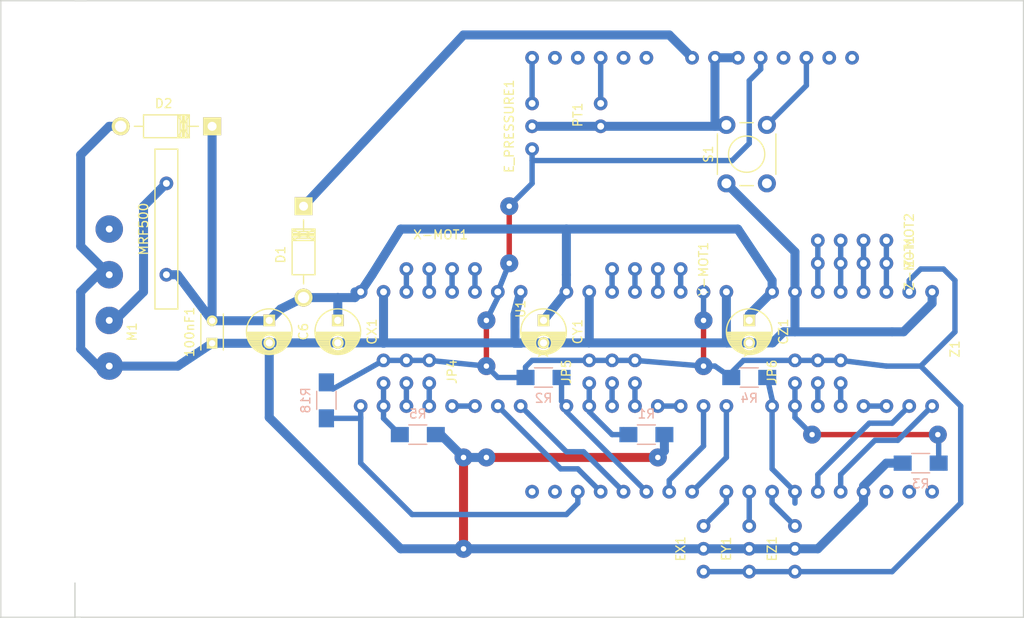
<source format=kicad_pcb>
(kicad_pcb (version 4) (host pcbnew 4.0.4+e1-6308~48~ubuntu16.04.1-stable)

  (general
    (links 107)
    (no_connects 2)
    (area 6.909999 10.719999 120.725001 79.450001)
    (thickness 1.6)
    (drawings 8)
    (tracks 251)
    (zones 0)
    (modules 32)
    (nets 56)
  )

  (page A4)
  (layers
    (0 F.Cu signal)
    (31 B.Cu signal)
    (32 B.Adhes user)
    (33 F.Adhes user)
    (34 B.Paste user)
    (35 F.Paste user)
    (36 B.SilkS user)
    (37 F.SilkS user)
    (38 B.Mask user)
    (39 F.Mask user)
    (40 Dwgs.User user)
    (41 Cmts.User user)
    (42 Eco1.User user)
    (43 Eco2.User user)
    (44 Edge.Cuts user)
    (45 Margin user)
    (46 B.CrtYd user)
    (47 F.CrtYd user)
    (48 B.Fab user)
    (49 F.Fab user)
  )

  (setup
    (last_trace_width 0.6)
    (trace_clearance 0.2)
    (zone_clearance 0.508)
    (zone_45_only no)
    (trace_min 0.2)
    (segment_width 0.2)
    (edge_width 0.15)
    (via_size 2)
    (via_drill 0.6)
    (via_min_size 0.4)
    (via_min_drill 0.3)
    (uvia_size 2)
    (uvia_drill 0.1)
    (uvias_allowed no)
    (uvia_min_size 0.2)
    (uvia_min_drill 0.1)
    (pcb_text_width 0.3)
    (pcb_text_size 1.5 1.5)
    (mod_edge_width 0.15)
    (mod_text_size 1 1)
    (mod_text_width 0.15)
    (pad_size 1.524 1.524)
    (pad_drill 0.762)
    (pad_to_mask_clearance 0.2)
    (aux_axis_origin 0 0)
    (visible_elements FFFFFF7F)
    (pcbplotparams
      (layerselection 0x00030_80000001)
      (usegerberextensions false)
      (excludeedgelayer true)
      (linewidth 0.100000)
      (plotframeref false)
      (viasonmask false)
      (mode 1)
      (useauxorigin false)
      (hpglpennumber 1)
      (hpglpenspeed 20)
      (hpglpendiameter 15)
      (hpglpenoverlay 2)
      (psnegative false)
      (psa4output false)
      (plotreference true)
      (plotvalue true)
      (plotinvisibletext false)
      (padsonsilk false)
      (subtractmaskfromsilk false)
      (outputformat 1)
      (mirror false)
      (drillshape 1)
      (scaleselection 1)
      (outputdirectory ""))
  )

  (net 0 "")
  (net 1 GND)
  (net 2 /VCC)
  (net 3 /X-EN)
  (net 4 "Net-(JP4-Pad6)")
  (net 5 "Net-(JP4-Pad5)")
  (net 6 "Net-(JP4-Pad4)")
  (net 7 /X-STEP)
  (net 8 /X-DIR)
  (net 9 "Net-(X-MOT1-Pad4)")
  (net 10 "Net-(X-MOT1-Pad3)")
  (net 11 "Net-(X-MOT1-Pad2)")
  (net 12 "Net-(X-MOT1-Pad1)")
  (net 13 /+12V)
  (net 14 "Net-(JP5-Pad4)")
  (net 15 "Net-(JP5-Pad5)")
  (net 16 "Net-(JP5-Pad6)")
  (net 17 "Net-(JP6-Pad4)")
  (net 18 "Net-(JP6-Pad5)")
  (net 19 "Net-(JP6-Pad6)")
  (net 20 /Y-EN)
  (net 21 "Net-(Y-MOT1-Pad2)")
  (net 22 "Net-(Y-MOT1-Pad1)")
  (net 23 "Net-(Y-MOT1-Pad3)")
  (net 24 "Net-(Y-MOT1-Pad4)")
  (net 25 /Y-STEP)
  (net 26 /Y-DIR)
  (net 27 "Net-(Z-MOT1-Pad2)")
  (net 28 "Net-(Z-MOT1-Pad1)")
  (net 29 "Net-(Z-MOT1-Pad3)")
  (net 30 "Net-(Z-MOT1-Pad4)")
  (net 31 "Net-(U1-Pad0)")
  (net 32 "Net-(U1-Pad1)")
  (net 33 /X-MIN)
  (net 34 /Y-MIN)
  (net 35 /Z-MIN)
  (net 36 /Z-EN)
  (net 37 /Z-STEP)
  (net 38 /Z-DIR)
  (net 39 /THERM0)
  (net 40 "Net-(U1-Pad18)")
  (net 41 "Net-(U1-Pad17)")
  (net 42 /DREMEL)
  (net 43 "Net-(U1-Pad15)")
  (net 44 "Net-(U1-Pad14)")
  (net 45 /AM-VIN)
  (net 46 "Net-(U1-Pad24)")
  (net 47 /RESET)
  (net 48 "Net-(U1-Pad27)")
  (net 49 "Net-(U1-Pad29)")
  (net 50 "Net-(M1-Pad3)")
  (net 51 "Net-(M1-Pad1)")
  (net 52 /XRS)
  (net 53 /YRS)
  (net 54 /ZSR)
  (net 55 "Net-(U1-Pad26)")

  (net_class Default "This is the default net class."
    (clearance 0.2)
    (trace_width 0.6)
    (via_dia 2)
    (via_drill 0.6)
    (uvia_dia 2)
    (uvia_drill 0.1)
    (add_net /DREMEL)
    (add_net /RESET)
    (add_net /THERM0)
    (add_net /VCC)
    (add_net /X-DIR)
    (add_net /X-EN)
    (add_net /X-MIN)
    (add_net /X-STEP)
    (add_net /XRS)
    (add_net /Y-DIR)
    (add_net /Y-EN)
    (add_net /Y-MIN)
    (add_net /Y-STEP)
    (add_net /YRS)
    (add_net /Z-DIR)
    (add_net /Z-EN)
    (add_net /Z-MIN)
    (add_net /Z-STEP)
    (add_net /ZSR)
    (add_net "Net-(JP4-Pad4)")
    (add_net "Net-(JP4-Pad5)")
    (add_net "Net-(JP4-Pad6)")
    (add_net "Net-(JP5-Pad4)")
    (add_net "Net-(JP5-Pad5)")
    (add_net "Net-(JP5-Pad6)")
    (add_net "Net-(JP6-Pad4)")
    (add_net "Net-(JP6-Pad5)")
    (add_net "Net-(JP6-Pad6)")
    (add_net "Net-(M1-Pad1)")
    (add_net "Net-(U1-Pad0)")
    (add_net "Net-(U1-Pad1)")
    (add_net "Net-(U1-Pad14)")
    (add_net "Net-(U1-Pad15)")
    (add_net "Net-(U1-Pad17)")
    (add_net "Net-(U1-Pad18)")
    (add_net "Net-(U1-Pad24)")
    (add_net "Net-(U1-Pad26)")
    (add_net "Net-(U1-Pad27)")
    (add_net "Net-(U1-Pad29)")
    (add_net "Net-(X-MOT1-Pad1)")
    (add_net "Net-(X-MOT1-Pad2)")
    (add_net "Net-(X-MOT1-Pad3)")
    (add_net "Net-(X-MOT1-Pad4)")
    (add_net "Net-(Y-MOT1-Pad1)")
    (add_net "Net-(Y-MOT1-Pad2)")
    (add_net "Net-(Y-MOT1-Pad3)")
    (add_net "Net-(Y-MOT1-Pad4)")
    (add_net "Net-(Z-MOT1-Pad1)")
    (add_net "Net-(Z-MOT1-Pad2)")
    (add_net "Net-(Z-MOT1-Pad3)")
    (add_net "Net-(Z-MOT1-Pad4)")
  )

  (net_class POWER ""
    (clearance 0.2)
    (trace_width 1)
    (via_dia 2)
    (via_drill 0.6)
    (uvia_dia 2)
    (uvia_drill 0.1)
    (add_net /+12V)
    (add_net /AM-VIN)
    (add_net GND)
    (add_net "Net-(M1-Pad3)")
  )

  (module Resistors_SMD:R_1206_HandSoldering (layer B.Cu) (tedit 5418A20D) (tstamp 57FFC068)
    (at 53.34 59.055 180)
    (descr "Resistor SMD 1206, hand soldering")
    (tags "resistor 1206")
    (path /57FFADDA)
    (attr smd)
    (fp_text reference R5 (at 0 2.3 180) (layer B.SilkS)
      (effects (font (size 1 1) (thickness 0.15)) (justify mirror))
    )
    (fp_text value 100K (at 0 -2.3 180) (layer B.Fab)
      (effects (font (size 1 1) (thickness 0.15)) (justify mirror))
    )
    (fp_line (start -3.3 1.2) (end 3.3 1.2) (layer B.CrtYd) (width 0.05))
    (fp_line (start -3.3 -1.2) (end 3.3 -1.2) (layer B.CrtYd) (width 0.05))
    (fp_line (start -3.3 1.2) (end -3.3 -1.2) (layer B.CrtYd) (width 0.05))
    (fp_line (start 3.3 1.2) (end 3.3 -1.2) (layer B.CrtYd) (width 0.05))
    (fp_line (start 1 -1.075) (end -1 -1.075) (layer B.SilkS) (width 0.15))
    (fp_line (start -1 1.075) (end 1 1.075) (layer B.SilkS) (width 0.15))
    (pad 1 smd rect (at -2 0 180) (size 2 1.7) (layers B.Cu B.Paste B.Mask)
      (net 1 GND))
    (pad 2 smd rect (at 2 0 180) (size 2 1.7) (layers B.Cu B.Paste B.Mask)
      (net 4 "Net-(JP4-Pad6)"))
    (model Resistors_SMD.3dshapes/R_1206_HandSoldering.wrl
      (at (xyz 0 0 0))
      (scale (xyz 1 1 1))
      (rotate (xyz 0 0 0))
    )
  )

  (module Resistors_SMD:R_1206_HandSoldering (layer B.Cu) (tedit 57FFCE4E) (tstamp 57FFC06E)
    (at 43.18 55.245 270)
    (descr "Resistor SMD 1206, hand soldering")
    (tags "resistor 1206")
    (path /57FFAD74)
    (attr smd)
    (fp_text reference R18 (at 0 2.3 270) (layer B.SilkS)
      (effects (font (size 1 1) (thickness 0.15)) (justify mirror))
    )
    (fp_text value 10K (at 2.54 -2.54 270) (layer B.Fab)
      (effects (font (size 1 1) (thickness 0.15)) (justify mirror))
    )
    (fp_line (start -3.3 1.2) (end 3.3 1.2) (layer B.CrtYd) (width 0.05))
    (fp_line (start -3.3 -1.2) (end 3.3 -1.2) (layer B.CrtYd) (width 0.05))
    (fp_line (start -3.3 1.2) (end -3.3 -1.2) (layer B.CrtYd) (width 0.05))
    (fp_line (start 3.3 1.2) (end 3.3 -1.2) (layer B.CrtYd) (width 0.05))
    (fp_line (start 1 -1.075) (end -1 -1.075) (layer B.SilkS) (width 0.15))
    (fp_line (start -1 1.075) (end 1 1.075) (layer B.SilkS) (width 0.15))
    (pad 1 smd rect (at -2 0 270) (size 2 1.7) (layers B.Cu B.Paste B.Mask)
      (net 2 /VCC))
    (pad 2 smd rect (at 2 0 270) (size 2 1.7) (layers B.Cu B.Paste B.Mask)
      (net 3 /X-EN))
    (model Resistors_SMD.3dshapes/R_1206_HandSoldering.wrl
      (at (xyz 0 0 0))
      (scale (xyz 1 1 1))
      (rotate (xyz 0 0 0))
    )
  )

  (module RAMPS_UNO_simple_016:motor_jumper (layer F.Cu) (tedit 57FFDBAE) (tstamp 57FFCD68)
    (at 55.88 40.64 90)
    (path /57FFCFBF)
    (fp_text reference X-MOT1 (at 3.81 0 180) (layer F.SilkS)
      (effects (font (size 1 1) (thickness 0.15)))
    )
    (fp_text value motor_jumper (at 2.54 0 360) (layer F.Fab)
      (effects (font (size 1 1) (thickness 0.15)))
    )
    (pad 2 thru_hole circle (at 0 -1.27 90) (size 1.524 1.524) (drill 0.762) (layers *.Cu *.Mask)
      (net 11 "Net-(X-MOT1-Pad2)"))
    (pad 1 thru_hole circle (at 0 -3.81 90) (size 1.524 1.524) (drill 0.762) (layers *.Cu *.Mask)
      (net 12 "Net-(X-MOT1-Pad1)"))
    (pad 3 thru_hole circle (at 0 1.27 90) (size 1.524 1.524) (drill 0.762) (layers *.Cu *.Mask)
      (net 10 "Net-(X-MOT1-Pad3)"))
    (pad 4 thru_hole circle (at 0 3.81 90) (size 1.524 1.524) (drill 0.762) (layers *.Cu *.Mask)
      (net 9 "Net-(X-MOT1-Pad4)"))
  )

  (module RAMPS_UNO_simple_016:MS_jumpers (layer F.Cu) (tedit 57FFCE3A) (tstamp 57FFCD60)
    (at 52.07 52.07 270)
    (path /57FFCBAE)
    (fp_text reference JP4 (at 0 -5.08 270) (layer F.SilkS)
      (effects (font (size 1 1) (thickness 0.15)))
    )
    (fp_text value MS_Jumps (at 0 -6.35 270) (layer F.Fab)
      (effects (font (size 1 1) (thickness 0.15)))
    )
    (pad 1 thru_hole circle (at -1.27 -2.54 270) (size 1.524 1.524) (drill 0.762) (layers *.Cu *.Mask)
      (net 2 /VCC))
    (pad 2 thru_hole circle (at -1.27 0 270) (size 1.524 1.524) (drill 0.762) (layers *.Cu *.Mask)
      (net 2 /VCC))
    (pad 3 thru_hole circle (at -1.27 2.54 270) (size 1.524 1.524) (drill 0.762) (layers *.Cu *.Mask)
      (net 2 /VCC))
    (pad 4 thru_hole circle (at 1.27 -2.54 270) (size 1.524 1.524) (drill 0.762) (layers *.Cu *.Mask)
      (net 6 "Net-(JP4-Pad4)"))
    (pad 5 thru_hole circle (at 1.27 0 270) (size 1.524 1.524) (drill 0.762) (layers *.Cu *.Mask)
      (net 5 "Net-(JP4-Pad5)"))
    (pad 6 thru_hole circle (at 1.27 2.54 270) (size 1.524 1.524) (drill 0.762) (layers *.Cu *.Mask)
      (net 4 "Net-(JP4-Pad6)"))
  )

  (module RAMPS_UNO_simple_016:MS_jumpers (layer F.Cu) (tedit 57FFCDA7) (tstamp 57FFD1F1)
    (at 74.93 52.07 270)
    (path /57FFDCE1)
    (fp_text reference JP5 (at 0 5.08 270) (layer F.SilkS)
      (effects (font (size 1 1) (thickness 0.15)))
    )
    (fp_text value MS_Jumps (at 0 -5.08 270) (layer F.Fab)
      (effects (font (size 1 1) (thickness 0.15)))
    )
    (pad 1 thru_hole circle (at -1.27 -2.54 270) (size 1.524 1.524) (drill 0.762) (layers *.Cu *.Mask)
      (net 2 /VCC))
    (pad 2 thru_hole circle (at -1.27 0 270) (size 1.524 1.524) (drill 0.762) (layers *.Cu *.Mask)
      (net 2 /VCC))
    (pad 3 thru_hole circle (at -1.27 2.54 270) (size 1.524 1.524) (drill 0.762) (layers *.Cu *.Mask)
      (net 2 /VCC))
    (pad 4 thru_hole circle (at 1.27 -2.54 270) (size 1.524 1.524) (drill 0.762) (layers *.Cu *.Mask)
      (net 14 "Net-(JP5-Pad4)"))
    (pad 5 thru_hole circle (at 1.27 0 270) (size 1.524 1.524) (drill 0.762) (layers *.Cu *.Mask)
      (net 15 "Net-(JP5-Pad5)"))
    (pad 6 thru_hole circle (at 1.27 2.54 270) (size 1.524 1.524) (drill 0.762) (layers *.Cu *.Mask)
      (net 16 "Net-(JP5-Pad6)"))
  )

  (module RAMPS_UNO_simple_016:MS_jumpers (layer F.Cu) (tedit 57FFCDA7) (tstamp 57FFD1FB)
    (at 97.79 52.07 270)
    (path /57FFF697)
    (fp_text reference JP6 (at 0 5.08 270) (layer F.SilkS)
      (effects (font (size 1 1) (thickness 0.15)))
    )
    (fp_text value MS_Jumps (at 0 -5.08 270) (layer F.Fab)
      (effects (font (size 1 1) (thickness 0.15)))
    )
    (pad 1 thru_hole circle (at -1.27 -2.54 270) (size 1.524 1.524) (drill 0.762) (layers *.Cu *.Mask)
      (net 2 /VCC))
    (pad 2 thru_hole circle (at -1.27 0 270) (size 1.524 1.524) (drill 0.762) (layers *.Cu *.Mask)
      (net 2 /VCC))
    (pad 3 thru_hole circle (at -1.27 2.54 270) (size 1.524 1.524) (drill 0.762) (layers *.Cu *.Mask)
      (net 2 /VCC))
    (pad 4 thru_hole circle (at 1.27 -2.54 270) (size 1.524 1.524) (drill 0.762) (layers *.Cu *.Mask)
      (net 17 "Net-(JP6-Pad4)"))
    (pad 5 thru_hole circle (at 1.27 0 270) (size 1.524 1.524) (drill 0.762) (layers *.Cu *.Mask)
      (net 18 "Net-(JP6-Pad5)"))
    (pad 6 thru_hole circle (at 1.27 2.54 270) (size 1.524 1.524) (drill 0.762) (layers *.Cu *.Mask)
      (net 19 "Net-(JP6-Pad6)"))
  )

  (module Resistors_SMD:R_1206_HandSoldering (layer B.Cu) (tedit 5418A20D) (tstamp 57FFD201)
    (at 78.74 59.055 180)
    (descr "Resistor SMD 1206, hand soldering")
    (tags "resistor 1206")
    (path /57FFDCC4)
    (attr smd)
    (fp_text reference R1 (at 0 2.3 180) (layer B.SilkS)
      (effects (font (size 1 1) (thickness 0.15)) (justify mirror))
    )
    (fp_text value 100K (at 0 -2.3 180) (layer B.Fab)
      (effects (font (size 1 1) (thickness 0.15)) (justify mirror))
    )
    (fp_line (start -3.3 1.2) (end 3.3 1.2) (layer B.CrtYd) (width 0.05))
    (fp_line (start -3.3 -1.2) (end 3.3 -1.2) (layer B.CrtYd) (width 0.05))
    (fp_line (start -3.3 1.2) (end -3.3 -1.2) (layer B.CrtYd) (width 0.05))
    (fp_line (start 3.3 1.2) (end 3.3 -1.2) (layer B.CrtYd) (width 0.05))
    (fp_line (start 1 -1.075) (end -1 -1.075) (layer B.SilkS) (width 0.15))
    (fp_line (start -1 1.075) (end 1 1.075) (layer B.SilkS) (width 0.15))
    (pad 1 smd rect (at -2 0 180) (size 2 1.7) (layers B.Cu B.Paste B.Mask)
      (net 1 GND))
    (pad 2 smd rect (at 2 0 180) (size 2 1.7) (layers B.Cu B.Paste B.Mask)
      (net 16 "Net-(JP5-Pad6)"))
    (model Resistors_SMD.3dshapes/R_1206_HandSoldering.wrl
      (at (xyz 0 0 0))
      (scale (xyz 1 1 1))
      (rotate (xyz 0 0 0))
    )
  )

  (module Resistors_SMD:R_1206_HandSoldering (layer B.Cu) (tedit 5418A20D) (tstamp 57FFD207)
    (at 67.31 52.705)
    (descr "Resistor SMD 1206, hand soldering")
    (tags "resistor 1206")
    (path /57FFDCBE)
    (attr smd)
    (fp_text reference R2 (at 0 2.3) (layer B.SilkS)
      (effects (font (size 1 1) (thickness 0.15)) (justify mirror))
    )
    (fp_text value 10K (at 0 -2.3) (layer B.Fab)
      (effects (font (size 1 1) (thickness 0.15)) (justify mirror))
    )
    (fp_line (start -3.3 1.2) (end 3.3 1.2) (layer B.CrtYd) (width 0.05))
    (fp_line (start -3.3 -1.2) (end 3.3 -1.2) (layer B.CrtYd) (width 0.05))
    (fp_line (start -3.3 1.2) (end -3.3 -1.2) (layer B.CrtYd) (width 0.05))
    (fp_line (start 3.3 1.2) (end 3.3 -1.2) (layer B.CrtYd) (width 0.05))
    (fp_line (start 1 -1.075) (end -1 -1.075) (layer B.SilkS) (width 0.15))
    (fp_line (start -1 1.075) (end 1 1.075) (layer B.SilkS) (width 0.15))
    (pad 1 smd rect (at -2 0) (size 2 1.7) (layers B.Cu B.Paste B.Mask)
      (net 2 /VCC))
    (pad 2 smd rect (at 2 0) (size 2 1.7) (layers B.Cu B.Paste B.Mask)
      (net 20 /Y-EN))
    (model Resistors_SMD.3dshapes/R_1206_HandSoldering.wrl
      (at (xyz 0 0 0))
      (scale (xyz 1 1 1))
      (rotate (xyz 0 0 0))
    )
  )

  (module Resistors_SMD:R_1206_HandSoldering (layer B.Cu) (tedit 5418A20D) (tstamp 57FFD20D)
    (at 109.22 62.23)
    (descr "Resistor SMD 1206, hand soldering")
    (tags "resistor 1206")
    (path /57FFF678)
    (attr smd)
    (fp_text reference R3 (at 0 2.3) (layer B.SilkS)
      (effects (font (size 1 1) (thickness 0.15)) (justify mirror))
    )
    (fp_text value 100K (at 0 -2.3) (layer B.Fab)
      (effects (font (size 1 1) (thickness 0.15)) (justify mirror))
    )
    (fp_line (start -3.3 1.2) (end 3.3 1.2) (layer B.CrtYd) (width 0.05))
    (fp_line (start -3.3 -1.2) (end 3.3 -1.2) (layer B.CrtYd) (width 0.05))
    (fp_line (start -3.3 1.2) (end -3.3 -1.2) (layer B.CrtYd) (width 0.05))
    (fp_line (start 3.3 1.2) (end 3.3 -1.2) (layer B.CrtYd) (width 0.05))
    (fp_line (start 1 -1.075) (end -1 -1.075) (layer B.SilkS) (width 0.15))
    (fp_line (start -1 1.075) (end 1 1.075) (layer B.SilkS) (width 0.15))
    (pad 1 smd rect (at -2 0) (size 2 1.7) (layers B.Cu B.Paste B.Mask)
      (net 1 GND))
    (pad 2 smd rect (at 2 0) (size 2 1.7) (layers B.Cu B.Paste B.Mask)
      (net 19 "Net-(JP6-Pad6)"))
    (model Resistors_SMD.3dshapes/R_1206_HandSoldering.wrl
      (at (xyz 0 0 0))
      (scale (xyz 1 1 1))
      (rotate (xyz 0 0 0))
    )
  )

  (module Resistors_SMD:R_1206_HandSoldering (layer B.Cu) (tedit 5418A20D) (tstamp 57FFD213)
    (at 90.17 52.705)
    (descr "Resistor SMD 1206, hand soldering")
    (tags "resistor 1206")
    (path /57FFF672)
    (attr smd)
    (fp_text reference R4 (at 0 2.3) (layer B.SilkS)
      (effects (font (size 1 1) (thickness 0.15)) (justify mirror))
    )
    (fp_text value 10K (at 0 -2.3) (layer B.Fab)
      (effects (font (size 1 1) (thickness 0.15)) (justify mirror))
    )
    (fp_line (start -3.3 1.2) (end 3.3 1.2) (layer B.CrtYd) (width 0.05))
    (fp_line (start -3.3 -1.2) (end 3.3 -1.2) (layer B.CrtYd) (width 0.05))
    (fp_line (start -3.3 1.2) (end -3.3 -1.2) (layer B.CrtYd) (width 0.05))
    (fp_line (start 3.3 1.2) (end 3.3 -1.2) (layer B.CrtYd) (width 0.05))
    (fp_line (start 1 -1.075) (end -1 -1.075) (layer B.SilkS) (width 0.15))
    (fp_line (start -1 1.075) (end 1 1.075) (layer B.SilkS) (width 0.15))
    (pad 1 smd rect (at -2 0) (size 2 1.7) (layers B.Cu B.Paste B.Mask)
      (net 2 /VCC))
    (pad 2 smd rect (at 2 0) (size 2 1.7) (layers B.Cu B.Paste B.Mask)
      (net 36 /Z-EN))
    (model Resistors_SMD.3dshapes/R_1206_HandSoldering.wrl
      (at (xyz 0 0 0))
      (scale (xyz 1 1 1))
      (rotate (xyz 0 0 0))
    )
  )

  (module RAMPS_UNO_simple_016:motor_jumper (layer F.Cu) (tedit 57FFD17B) (tstamp 57FFD21B)
    (at 78.74 40.64 90)
    (path /57FFDCF4)
    (fp_text reference Y-MOT1 (at 0 6.35 90) (layer F.SilkS)
      (effects (font (size 1 1) (thickness 0.15)))
    )
    (fp_text value motor_jumper (at 1.27 0 180) (layer F.Fab)
      (effects (font (size 1 1) (thickness 0.15)))
    )
    (pad 2 thru_hole circle (at 0 -1.27 90) (size 1.524 1.524) (drill 0.762) (layers *.Cu *.Mask)
      (net 21 "Net-(Y-MOT1-Pad2)"))
    (pad 1 thru_hole circle (at 0 -3.81 90) (size 1.524 1.524) (drill 0.762) (layers *.Cu *.Mask)
      (net 22 "Net-(Y-MOT1-Pad1)"))
    (pad 3 thru_hole circle (at 0 1.27 90) (size 1.524 1.524) (drill 0.762) (layers *.Cu *.Mask)
      (net 23 "Net-(Y-MOT1-Pad3)"))
    (pad 4 thru_hole circle (at 0 3.81 90) (size 1.524 1.524) (drill 0.762) (layers *.Cu *.Mask)
      (net 24 "Net-(Y-MOT1-Pad4)"))
  )

  (module RAMPS_UNO_simple_016:motor_jumper (layer F.Cu) (tedit 57FFCC73) (tstamp 57FFD237)
    (at 101.6 40.005 90)
    (path /57FFF6AB)
    (fp_text reference Z-MOT1 (at 0 6.35 90) (layer F.SilkS)
      (effects (font (size 1 1) (thickness 0.15)))
    )
    (fp_text value motor_jumper (at 1.27 0 360) (layer F.Fab)
      (effects (font (size 1 1) (thickness 0.15)))
    )
    (pad 2 thru_hole circle (at 0 -1.27 90) (size 1.524 1.524) (drill 0.762) (layers *.Cu *.Mask)
      (net 27 "Net-(Z-MOT1-Pad2)"))
    (pad 1 thru_hole circle (at 0 -3.81 90) (size 1.524 1.524) (drill 0.762) (layers *.Cu *.Mask)
      (net 28 "Net-(Z-MOT1-Pad1)"))
    (pad 3 thru_hole circle (at 0 1.27 90) (size 1.524 1.524) (drill 0.762) (layers *.Cu *.Mask)
      (net 29 "Net-(Z-MOT1-Pad3)"))
    (pad 4 thru_hole circle (at 0 3.81 90) (size 1.524 1.524) (drill 0.762) (layers *.Cu *.Mask)
      (net 30 "Net-(Z-MOT1-Pad4)"))
  )

  (module RAMPS_UNO_simple_016:motor_jumper (layer F.Cu) (tedit 57FFCC73) (tstamp 57FFD438)
    (at 101.6 37.465 90)
    (path /58001C88)
    (fp_text reference Z-MOT2 (at 0 6.35 90) (layer F.SilkS)
      (effects (font (size 1 1) (thickness 0.15)))
    )
    (fp_text value motor_jumper (at 1.27 0 360) (layer F.Fab)
      (effects (font (size 1 1) (thickness 0.15)))
    )
    (pad 2 thru_hole circle (at 0 -1.27 90) (size 1.524 1.524) (drill 0.762) (layers *.Cu *.Mask)
      (net 27 "Net-(Z-MOT1-Pad2)"))
    (pad 1 thru_hole circle (at 0 -3.81 90) (size 1.524 1.524) (drill 0.762) (layers *.Cu *.Mask)
      (net 28 "Net-(Z-MOT1-Pad1)"))
    (pad 3 thru_hole circle (at 0 1.27 90) (size 1.524 1.524) (drill 0.762) (layers *.Cu *.Mask)
      (net 29 "Net-(Z-MOT1-Pad3)"))
    (pad 4 thru_hole circle (at 0 3.81 90) (size 1.524 1.524) (drill 0.762) (layers *.Cu *.Mask)
      (net 30 "Net-(Z-MOT1-Pad4)"))
  )

  (module Capacitors_ThroughHole:C_Radial_D5_L6_P2.5 (layer F.Cu) (tedit 0) (tstamp 57FFE0EE)
    (at 44.45 46.355 270)
    (descr "Radial Electrolytic Capacitor Diameter 5mm x Length 6mm, Pitch 2.5mm")
    (tags "Electrolytic Capacitor")
    (path /58003D5B)
    (fp_text reference CX1 (at 1.25 -3.8 270) (layer F.SilkS)
      (effects (font (size 1 1) (thickness 0.15)))
    )
    (fp_text value CP1 (at 1.25 3.8 270) (layer F.Fab)
      (effects (font (size 1 1) (thickness 0.15)))
    )
    (fp_line (start 1.325 -2.499) (end 1.325 2.499) (layer F.SilkS) (width 0.15))
    (fp_line (start 1.465 -2.491) (end 1.465 2.491) (layer F.SilkS) (width 0.15))
    (fp_line (start 1.605 -2.475) (end 1.605 -0.095) (layer F.SilkS) (width 0.15))
    (fp_line (start 1.605 0.095) (end 1.605 2.475) (layer F.SilkS) (width 0.15))
    (fp_line (start 1.745 -2.451) (end 1.745 -0.49) (layer F.SilkS) (width 0.15))
    (fp_line (start 1.745 0.49) (end 1.745 2.451) (layer F.SilkS) (width 0.15))
    (fp_line (start 1.885 -2.418) (end 1.885 -0.657) (layer F.SilkS) (width 0.15))
    (fp_line (start 1.885 0.657) (end 1.885 2.418) (layer F.SilkS) (width 0.15))
    (fp_line (start 2.025 -2.377) (end 2.025 -0.764) (layer F.SilkS) (width 0.15))
    (fp_line (start 2.025 0.764) (end 2.025 2.377) (layer F.SilkS) (width 0.15))
    (fp_line (start 2.165 -2.327) (end 2.165 -0.835) (layer F.SilkS) (width 0.15))
    (fp_line (start 2.165 0.835) (end 2.165 2.327) (layer F.SilkS) (width 0.15))
    (fp_line (start 2.305 -2.266) (end 2.305 -0.879) (layer F.SilkS) (width 0.15))
    (fp_line (start 2.305 0.879) (end 2.305 2.266) (layer F.SilkS) (width 0.15))
    (fp_line (start 2.445 -2.196) (end 2.445 -0.898) (layer F.SilkS) (width 0.15))
    (fp_line (start 2.445 0.898) (end 2.445 2.196) (layer F.SilkS) (width 0.15))
    (fp_line (start 2.585 -2.114) (end 2.585 -0.896) (layer F.SilkS) (width 0.15))
    (fp_line (start 2.585 0.896) (end 2.585 2.114) (layer F.SilkS) (width 0.15))
    (fp_line (start 2.725 -2.019) (end 2.725 -0.871) (layer F.SilkS) (width 0.15))
    (fp_line (start 2.725 0.871) (end 2.725 2.019) (layer F.SilkS) (width 0.15))
    (fp_line (start 2.865 -1.908) (end 2.865 -0.823) (layer F.SilkS) (width 0.15))
    (fp_line (start 2.865 0.823) (end 2.865 1.908) (layer F.SilkS) (width 0.15))
    (fp_line (start 3.005 -1.78) (end 3.005 -0.745) (layer F.SilkS) (width 0.15))
    (fp_line (start 3.005 0.745) (end 3.005 1.78) (layer F.SilkS) (width 0.15))
    (fp_line (start 3.145 -1.631) (end 3.145 -0.628) (layer F.SilkS) (width 0.15))
    (fp_line (start 3.145 0.628) (end 3.145 1.631) (layer F.SilkS) (width 0.15))
    (fp_line (start 3.285 -1.452) (end 3.285 -0.44) (layer F.SilkS) (width 0.15))
    (fp_line (start 3.285 0.44) (end 3.285 1.452) (layer F.SilkS) (width 0.15))
    (fp_line (start 3.425 -1.233) (end 3.425 1.233) (layer F.SilkS) (width 0.15))
    (fp_line (start 3.565 -0.944) (end 3.565 0.944) (layer F.SilkS) (width 0.15))
    (fp_line (start 3.705 -0.472) (end 3.705 0.472) (layer F.SilkS) (width 0.15))
    (fp_circle (center 2.5 0) (end 2.5 -0.9) (layer F.SilkS) (width 0.15))
    (fp_circle (center 1.25 0) (end 1.25 -2.5375) (layer F.SilkS) (width 0.15))
    (fp_circle (center 1.25 0) (end 1.25 -2.8) (layer F.CrtYd) (width 0.05))
    (pad 1 thru_hole rect (at 0 0 270) (size 1.3 1.3) (drill 0.8) (layers *.Cu *.Mask F.SilkS)
      (net 13 /+12V))
    (pad 2 thru_hole circle (at 2.5 0 270) (size 1.3 1.3) (drill 0.8) (layers *.Cu *.Mask F.SilkS)
      (net 1 GND))
    (model Capacitors_ThroughHole.3dshapes/C_Radial_D5_L6_P2.5.wrl
      (at (xyz 0.0492126 0 0))
      (scale (xyz 1 1 1))
      (rotate (xyz 0 0 90))
    )
  )

  (module Capacitors_ThroughHole:C_Radial_D5_L6_P2.5 (layer F.Cu) (tedit 0) (tstamp 57FFE0F4)
    (at 67.31 46.355 270)
    (descr "Radial Electrolytic Capacitor Diameter 5mm x Length 6mm, Pitch 2.5mm")
    (tags "Electrolytic Capacitor")
    (path /58003EF3)
    (fp_text reference CY1 (at 1.25 -3.8 270) (layer F.SilkS)
      (effects (font (size 1 1) (thickness 0.15)))
    )
    (fp_text value CP1 (at 1.25 3.8 270) (layer F.Fab)
      (effects (font (size 1 1) (thickness 0.15)))
    )
    (fp_line (start 1.325 -2.499) (end 1.325 2.499) (layer F.SilkS) (width 0.15))
    (fp_line (start 1.465 -2.491) (end 1.465 2.491) (layer F.SilkS) (width 0.15))
    (fp_line (start 1.605 -2.475) (end 1.605 -0.095) (layer F.SilkS) (width 0.15))
    (fp_line (start 1.605 0.095) (end 1.605 2.475) (layer F.SilkS) (width 0.15))
    (fp_line (start 1.745 -2.451) (end 1.745 -0.49) (layer F.SilkS) (width 0.15))
    (fp_line (start 1.745 0.49) (end 1.745 2.451) (layer F.SilkS) (width 0.15))
    (fp_line (start 1.885 -2.418) (end 1.885 -0.657) (layer F.SilkS) (width 0.15))
    (fp_line (start 1.885 0.657) (end 1.885 2.418) (layer F.SilkS) (width 0.15))
    (fp_line (start 2.025 -2.377) (end 2.025 -0.764) (layer F.SilkS) (width 0.15))
    (fp_line (start 2.025 0.764) (end 2.025 2.377) (layer F.SilkS) (width 0.15))
    (fp_line (start 2.165 -2.327) (end 2.165 -0.835) (layer F.SilkS) (width 0.15))
    (fp_line (start 2.165 0.835) (end 2.165 2.327) (layer F.SilkS) (width 0.15))
    (fp_line (start 2.305 -2.266) (end 2.305 -0.879) (layer F.SilkS) (width 0.15))
    (fp_line (start 2.305 0.879) (end 2.305 2.266) (layer F.SilkS) (width 0.15))
    (fp_line (start 2.445 -2.196) (end 2.445 -0.898) (layer F.SilkS) (width 0.15))
    (fp_line (start 2.445 0.898) (end 2.445 2.196) (layer F.SilkS) (width 0.15))
    (fp_line (start 2.585 -2.114) (end 2.585 -0.896) (layer F.SilkS) (width 0.15))
    (fp_line (start 2.585 0.896) (end 2.585 2.114) (layer F.SilkS) (width 0.15))
    (fp_line (start 2.725 -2.019) (end 2.725 -0.871) (layer F.SilkS) (width 0.15))
    (fp_line (start 2.725 0.871) (end 2.725 2.019) (layer F.SilkS) (width 0.15))
    (fp_line (start 2.865 -1.908) (end 2.865 -0.823) (layer F.SilkS) (width 0.15))
    (fp_line (start 2.865 0.823) (end 2.865 1.908) (layer F.SilkS) (width 0.15))
    (fp_line (start 3.005 -1.78) (end 3.005 -0.745) (layer F.SilkS) (width 0.15))
    (fp_line (start 3.005 0.745) (end 3.005 1.78) (layer F.SilkS) (width 0.15))
    (fp_line (start 3.145 -1.631) (end 3.145 -0.628) (layer F.SilkS) (width 0.15))
    (fp_line (start 3.145 0.628) (end 3.145 1.631) (layer F.SilkS) (width 0.15))
    (fp_line (start 3.285 -1.452) (end 3.285 -0.44) (layer F.SilkS) (width 0.15))
    (fp_line (start 3.285 0.44) (end 3.285 1.452) (layer F.SilkS) (width 0.15))
    (fp_line (start 3.425 -1.233) (end 3.425 1.233) (layer F.SilkS) (width 0.15))
    (fp_line (start 3.565 -0.944) (end 3.565 0.944) (layer F.SilkS) (width 0.15))
    (fp_line (start 3.705 -0.472) (end 3.705 0.472) (layer F.SilkS) (width 0.15))
    (fp_circle (center 2.5 0) (end 2.5 -0.9) (layer F.SilkS) (width 0.15))
    (fp_circle (center 1.25 0) (end 1.25 -2.5375) (layer F.SilkS) (width 0.15))
    (fp_circle (center 1.25 0) (end 1.25 -2.8) (layer F.CrtYd) (width 0.05))
    (pad 1 thru_hole rect (at 0 0 270) (size 1.3 1.3) (drill 0.8) (layers *.Cu *.Mask F.SilkS)
      (net 13 /+12V))
    (pad 2 thru_hole circle (at 2.5 0 270) (size 1.3 1.3) (drill 0.8) (layers *.Cu *.Mask F.SilkS)
      (net 1 GND))
    (model Capacitors_ThroughHole.3dshapes/C_Radial_D5_L6_P2.5.wrl
      (at (xyz 0.0492126 0 0))
      (scale (xyz 1 1 1))
      (rotate (xyz 0 0 90))
    )
  )

  (module Capacitors_ThroughHole:C_Radial_D5_L6_P2.5 (layer F.Cu) (tedit 0) (tstamp 57FFE0FA)
    (at 90.17 46.355 270)
    (descr "Radial Electrolytic Capacitor Diameter 5mm x Length 6mm, Pitch 2.5mm")
    (tags "Electrolytic Capacitor")
    (path /58003F23)
    (fp_text reference CZ1 (at 1.25 -3.8 270) (layer F.SilkS)
      (effects (font (size 1 1) (thickness 0.15)))
    )
    (fp_text value CP1 (at 1.25 3.8 270) (layer F.Fab)
      (effects (font (size 1 1) (thickness 0.15)))
    )
    (fp_line (start 1.325 -2.499) (end 1.325 2.499) (layer F.SilkS) (width 0.15))
    (fp_line (start 1.465 -2.491) (end 1.465 2.491) (layer F.SilkS) (width 0.15))
    (fp_line (start 1.605 -2.475) (end 1.605 -0.095) (layer F.SilkS) (width 0.15))
    (fp_line (start 1.605 0.095) (end 1.605 2.475) (layer F.SilkS) (width 0.15))
    (fp_line (start 1.745 -2.451) (end 1.745 -0.49) (layer F.SilkS) (width 0.15))
    (fp_line (start 1.745 0.49) (end 1.745 2.451) (layer F.SilkS) (width 0.15))
    (fp_line (start 1.885 -2.418) (end 1.885 -0.657) (layer F.SilkS) (width 0.15))
    (fp_line (start 1.885 0.657) (end 1.885 2.418) (layer F.SilkS) (width 0.15))
    (fp_line (start 2.025 -2.377) (end 2.025 -0.764) (layer F.SilkS) (width 0.15))
    (fp_line (start 2.025 0.764) (end 2.025 2.377) (layer F.SilkS) (width 0.15))
    (fp_line (start 2.165 -2.327) (end 2.165 -0.835) (layer F.SilkS) (width 0.15))
    (fp_line (start 2.165 0.835) (end 2.165 2.327) (layer F.SilkS) (width 0.15))
    (fp_line (start 2.305 -2.266) (end 2.305 -0.879) (layer F.SilkS) (width 0.15))
    (fp_line (start 2.305 0.879) (end 2.305 2.266) (layer F.SilkS) (width 0.15))
    (fp_line (start 2.445 -2.196) (end 2.445 -0.898) (layer F.SilkS) (width 0.15))
    (fp_line (start 2.445 0.898) (end 2.445 2.196) (layer F.SilkS) (width 0.15))
    (fp_line (start 2.585 -2.114) (end 2.585 -0.896) (layer F.SilkS) (width 0.15))
    (fp_line (start 2.585 0.896) (end 2.585 2.114) (layer F.SilkS) (width 0.15))
    (fp_line (start 2.725 -2.019) (end 2.725 -0.871) (layer F.SilkS) (width 0.15))
    (fp_line (start 2.725 0.871) (end 2.725 2.019) (layer F.SilkS) (width 0.15))
    (fp_line (start 2.865 -1.908) (end 2.865 -0.823) (layer F.SilkS) (width 0.15))
    (fp_line (start 2.865 0.823) (end 2.865 1.908) (layer F.SilkS) (width 0.15))
    (fp_line (start 3.005 -1.78) (end 3.005 -0.745) (layer F.SilkS) (width 0.15))
    (fp_line (start 3.005 0.745) (end 3.005 1.78) (layer F.SilkS) (width 0.15))
    (fp_line (start 3.145 -1.631) (end 3.145 -0.628) (layer F.SilkS) (width 0.15))
    (fp_line (start 3.145 0.628) (end 3.145 1.631) (layer F.SilkS) (width 0.15))
    (fp_line (start 3.285 -1.452) (end 3.285 -0.44) (layer F.SilkS) (width 0.15))
    (fp_line (start 3.285 0.44) (end 3.285 1.452) (layer F.SilkS) (width 0.15))
    (fp_line (start 3.425 -1.233) (end 3.425 1.233) (layer F.SilkS) (width 0.15))
    (fp_line (start 3.565 -0.944) (end 3.565 0.944) (layer F.SilkS) (width 0.15))
    (fp_line (start 3.705 -0.472) (end 3.705 0.472) (layer F.SilkS) (width 0.15))
    (fp_circle (center 2.5 0) (end 2.5 -0.9) (layer F.SilkS) (width 0.15))
    (fp_circle (center 1.25 0) (end 1.25 -2.5375) (layer F.SilkS) (width 0.15))
    (fp_circle (center 1.25 0) (end 1.25 -2.8) (layer F.CrtYd) (width 0.05))
    (pad 1 thru_hole rect (at 0 0 270) (size 1.3 1.3) (drill 0.8) (layers *.Cu *.Mask F.SilkS)
      (net 13 /+12V))
    (pad 2 thru_hole circle (at 2.5 0 270) (size 1.3 1.3) (drill 0.8) (layers *.Cu *.Mask F.SilkS)
      (net 1 GND))
    (model Capacitors_ThroughHole.3dshapes/C_Radial_D5_L6_P2.5.wrl
      (at (xyz 0.0492126 0 0))
      (scale (xyz 1 1 1))
      (rotate (xyz 0 0 90))
    )
  )

  (module Diodes_ThroughHole:Diode_DO-41_SOD81_Horizontal_RM10 (layer F.Cu) (tedit 552FFCCE) (tstamp 57FFF378)
    (at 40.64 33.655 270)
    (descr "Diode, DO-41, SOD81, Horizontal, RM 10mm,")
    (tags "Diode, DO-41, SOD81, Horizontal, RM 10mm, 1N4007, SB140,")
    (path /5800AD43)
    (fp_text reference D1 (at 5.38734 2.53746 270) (layer F.SilkS)
      (effects (font (size 1 1) (thickness 0.15)))
    )
    (fp_text value D (at 4.37134 -3.55854 270) (layer F.Fab)
      (effects (font (size 1 1) (thickness 0.15)))
    )
    (fp_line (start 7.62 -0.00254) (end 8.636 -0.00254) (layer F.SilkS) (width 0.15))
    (fp_line (start 2.794 -0.00254) (end 1.524 -0.00254) (layer F.SilkS) (width 0.15))
    (fp_line (start 3.048 -1.27254) (end 3.048 1.26746) (layer F.SilkS) (width 0.15))
    (fp_line (start 3.302 -1.27254) (end 3.302 1.26746) (layer F.SilkS) (width 0.15))
    (fp_line (start 3.556 -1.27254) (end 3.556 1.26746) (layer F.SilkS) (width 0.15))
    (fp_line (start 2.794 -1.27254) (end 2.794 1.26746) (layer F.SilkS) (width 0.15))
    (fp_line (start 3.81 -1.27254) (end 2.54 1.26746) (layer F.SilkS) (width 0.15))
    (fp_line (start 2.54 -1.27254) (end 3.81 1.26746) (layer F.SilkS) (width 0.15))
    (fp_line (start 3.81 -1.27254) (end 3.81 1.26746) (layer F.SilkS) (width 0.15))
    (fp_line (start 3.175 -1.27254) (end 3.175 1.26746) (layer F.SilkS) (width 0.15))
    (fp_line (start 2.54 1.26746) (end 2.54 -1.27254) (layer F.SilkS) (width 0.15))
    (fp_line (start 2.54 -1.27254) (end 7.62 -1.27254) (layer F.SilkS) (width 0.15))
    (fp_line (start 7.62 -1.27254) (end 7.62 1.26746) (layer F.SilkS) (width 0.15))
    (fp_line (start 7.62 1.26746) (end 2.54 1.26746) (layer F.SilkS) (width 0.15))
    (pad 2 thru_hole circle (at 10.16 -0.00254 90) (size 1.99898 1.99898) (drill 1.27) (layers *.Cu *.Mask F.SilkS)
      (net 13 /+12V))
    (pad 1 thru_hole rect (at 0 -0.00254 90) (size 1.99898 1.99898) (drill 1.00076) (layers *.Cu *.Mask F.SilkS)
      (net 45 /AM-VIN))
  )

  (module Diodes_ThroughHole:Diode_DO-41_SOD81_Horizontal_RM10 (layer F.Cu) (tedit 552FFCCE) (tstamp 57FFF37E)
    (at 30.48 24.765 180)
    (descr "Diode, DO-41, SOD81, Horizontal, RM 10mm,")
    (tags "Diode, DO-41, SOD81, Horizontal, RM 10mm, 1N4007, SB140,")
    (path /5800A940)
    (fp_text reference D2 (at 5.38734 2.53746 180) (layer F.SilkS)
      (effects (font (size 1 1) (thickness 0.15)))
    )
    (fp_text value D (at 4.37134 -3.55854 180) (layer F.Fab)
      (effects (font (size 1 1) (thickness 0.15)))
    )
    (fp_line (start 7.62 -0.00254) (end 8.636 -0.00254) (layer F.SilkS) (width 0.15))
    (fp_line (start 2.794 -0.00254) (end 1.524 -0.00254) (layer F.SilkS) (width 0.15))
    (fp_line (start 3.048 -1.27254) (end 3.048 1.26746) (layer F.SilkS) (width 0.15))
    (fp_line (start 3.302 -1.27254) (end 3.302 1.26746) (layer F.SilkS) (width 0.15))
    (fp_line (start 3.556 -1.27254) (end 3.556 1.26746) (layer F.SilkS) (width 0.15))
    (fp_line (start 2.794 -1.27254) (end 2.794 1.26746) (layer F.SilkS) (width 0.15))
    (fp_line (start 3.81 -1.27254) (end 2.54 1.26746) (layer F.SilkS) (width 0.15))
    (fp_line (start 2.54 -1.27254) (end 3.81 1.26746) (layer F.SilkS) (width 0.15))
    (fp_line (start 3.81 -1.27254) (end 3.81 1.26746) (layer F.SilkS) (width 0.15))
    (fp_line (start 3.175 -1.27254) (end 3.175 1.26746) (layer F.SilkS) (width 0.15))
    (fp_line (start 2.54 1.26746) (end 2.54 -1.27254) (layer F.SilkS) (width 0.15))
    (fp_line (start 2.54 -1.27254) (end 7.62 -1.27254) (layer F.SilkS) (width 0.15))
    (fp_line (start 7.62 -1.27254) (end 7.62 1.26746) (layer F.SilkS) (width 0.15))
    (fp_line (start 7.62 1.26746) (end 2.54 1.26746) (layer F.SilkS) (width 0.15))
    (pad 2 thru_hole circle (at 10.16 -0.00254) (size 1.99898 1.99898) (drill 1.27) (layers *.Cu *.Mask F.SilkS)
      (net 1 GND))
    (pad 1 thru_hole rect (at 0 -0.00254) (size 1.99898 1.99898) (drill 1.00076) (layers *.Cu *.Mask F.SilkS)
      (net 13 /+12V))
  )

  (module RAMPS_UNO_simple_016:ENDSTOP (layer F.Cu) (tedit 57FFE63B) (tstamp 57FFF385)
    (at 85.09 71.755 270)
    (path /58009561)
    (fp_text reference EX1 (at 0 2.54 270) (layer F.SilkS)
      (effects (font (size 1 1) (thickness 0.15)))
    )
    (fp_text value ENDSTOP (at 0 -2.54 270) (layer F.Fab)
      (effects (font (size 1 1) (thickness 0.15)))
    )
    (pad 1 thru_hole circle (at -2.54 0 270) (size 1.524 1.524) (drill 0.762) (layers *.Cu *.Mask)
      (net 33 /X-MIN))
    (pad 2 thru_hole circle (at 0 0 270) (size 1.524 1.524) (drill 0.762) (layers *.Cu *.Mask)
      (net 1 GND))
    (pad 3 thru_hole circle (at 2.54 0 270) (size 1.524 1.524) (drill 0.762) (layers *.Cu *.Mask)
      (net 2 /VCC))
  )

  (module RAMPS_UNO_simple_016:ENDSTOP (layer F.Cu) (tedit 57FFE63B) (tstamp 57FFF38C)
    (at 90.17 71.755 270)
    (path /58009AFF)
    (fp_text reference EY1 (at 0 2.54 270) (layer F.SilkS)
      (effects (font (size 1 1) (thickness 0.15)))
    )
    (fp_text value ENDSTOP (at 0 -2.54 270) (layer F.Fab)
      (effects (font (size 1 1) (thickness 0.15)))
    )
    (pad 1 thru_hole circle (at -2.54 0 270) (size 1.524 1.524) (drill 0.762) (layers *.Cu *.Mask)
      (net 34 /Y-MIN))
    (pad 2 thru_hole circle (at 0 0 270) (size 1.524 1.524) (drill 0.762) (layers *.Cu *.Mask)
      (net 1 GND))
    (pad 3 thru_hole circle (at 2.54 0 270) (size 1.524 1.524) (drill 0.762) (layers *.Cu *.Mask)
      (net 2 /VCC))
  )

  (module RAMPS_UNO_simple_016:ENDSTOP (layer F.Cu) (tedit 57FFE63B) (tstamp 57FFF393)
    (at 95.25 71.755 270)
    (path /58009BFC)
    (fp_text reference EZ1 (at 0 2.54 270) (layer F.SilkS)
      (effects (font (size 1 1) (thickness 0.15)))
    )
    (fp_text value ENDSTOP (at 0 -2.54 270) (layer F.Fab)
      (effects (font (size 1 1) (thickness 0.15)))
    )
    (pad 1 thru_hole circle (at -2.54 0 270) (size 1.524 1.524) (drill 0.762) (layers *.Cu *.Mask)
      (net 35 /Z-MIN))
    (pad 2 thru_hole circle (at 0 0 270) (size 1.524 1.524) (drill 0.762) (layers *.Cu *.Mask)
      (net 1 GND))
    (pad 3 thru_hole circle (at 2.54 0 270) (size 1.524 1.524) (drill 0.762) (layers *.Cu *.Mask)
      (net 2 /VCC))
  )

  (module RAMPS_UNO_simple_016:ENDSTOP (layer F.Cu) (tedit 57FFE63B) (tstamp 57FFF39A)
    (at 66.04 24.765 270)
    (path /5800CC77)
    (fp_text reference E_PRESSURE1 (at 0 2.54 270) (layer F.SilkS)
      (effects (font (size 1 1) (thickness 0.15)))
    )
    (fp_text value ENDSTOP (at 0 -2.54 270) (layer F.Fab)
      (effects (font (size 1 1) (thickness 0.15)))
    )
    (pad 1 thru_hole circle (at -2.54 0 270) (size 1.524 1.524) (drill 0.762) (layers *.Cu *.Mask)
      (net 39 /THERM0))
    (pad 2 thru_hole circle (at 0 0 270) (size 1.524 1.524) (drill 0.762) (layers *.Cu *.Mask)
      (net 1 GND))
    (pad 3 thru_hole circle (at 2.54 0 270) (size 1.524 1.524) (drill 0.762) (layers *.Cu *.Mask)
      (net 2 /VCC))
  )

  (module RAMPS_UNO_simple_016:MSTBA4 (layer F.Cu) (tedit 57FFF1E6) (tstamp 57FFF3A2)
    (at 19.05 43.815 270)
    (path /58009E4C)
    (fp_text reference M1 (at 3.81 -2.54 270) (layer F.SilkS)
      (effects (font (size 1 1) (thickness 0.15)))
    )
    (fp_text value MSTBA4 (at -2.54 -2.54 270) (layer F.Fab)
      (effects (font (size 1 1) (thickness 0.15)))
    )
    (pad 4 thru_hole circle (at 7.62 0 270) (size 3.048 3.048) (drill 0.762) (layers *.Cu *.Mask)
      (net 1 GND))
    (pad 3 thru_hole circle (at 2.54 0 270) (size 3.048 3.048) (drill 0.762) (layers *.Cu *.Mask)
      (net 50 "Net-(M1-Pad3)"))
    (pad 2 thru_hole circle (at -2.54 0 270) (size 3.048 3.048) (drill 0.762) (layers *.Cu *.Mask)
      (net 1 GND))
    (pad 1 thru_hole circle (at -7.62 0 270) (size 3.048 3.048) (drill 0.762) (layers *.Cu *.Mask)
      (net 51 "Net-(M1-Pad1)"))
  )

  (module RAMPS_UNO_simple_016:POWERTAIL (layer F.Cu) (tedit 57FFF22C) (tstamp 57FFF3AE)
    (at 73.66 23.495 270)
    (path /5800DA4C)
    (fp_text reference PT1 (at 0 2.54 270) (layer F.SilkS)
      (effects (font (size 1 1) (thickness 0.15)))
    )
    (fp_text value POWERTAIL (at 0 -2.54 270) (layer F.Fab)
      (effects (font (size 1 1) (thickness 0.15)))
    )
    (pad 2 thru_hole circle (at 1.27 0 270) (size 1.524 1.524) (drill 0.762) (layers *.Cu *.Mask)
      (net 1 GND))
    (pad 1 thru_hole circle (at -1.27 0 270) (size 1.524 1.524) (drill 0.762) (layers *.Cu *.Mask)
      (net 42 /DREMEL))
  )

  (module Buttons_Switches_ThroughHole:SW_PUSH_6mm (layer F.Cu) (tedit 57BABF74) (tstamp 57FFF3B6)
    (at 87.63 31.115 90)
    (descr https://www.omron.com/ecb/products/pdf/en-b3f.pdf)
    (tags "tact sw push 6mm")
    (path /5800BDB3)
    (fp_text reference S1 (at 3.25 -2 90) (layer F.SilkS)
      (effects (font (size 1 1) (thickness 0.15)))
    )
    (fp_text value SW_PUSH (at 3.75 6.7 90) (layer F.Fab)
      (effects (font (size 1 1) (thickness 0.15)))
    )
    (fp_line (start 3.25 -0.75) (end 6.25 -0.75) (layer F.Fab) (width 0.15))
    (fp_line (start 6.25 -0.75) (end 6.25 5.25) (layer F.Fab) (width 0.15))
    (fp_line (start 6.25 5.25) (end 0.25 5.25) (layer F.Fab) (width 0.15))
    (fp_line (start 0.25 5.25) (end 0.25 -0.75) (layer F.Fab) (width 0.15))
    (fp_line (start 0.25 -0.75) (end 3.25 -0.75) (layer F.Fab) (width 0.15))
    (fp_line (start 7.75 6) (end 8 6) (layer F.CrtYd) (width 0.05))
    (fp_line (start 8 6) (end 8 5.75) (layer F.CrtYd) (width 0.05))
    (fp_line (start 7.75 -1.5) (end 8 -1.5) (layer F.CrtYd) (width 0.05))
    (fp_line (start 8 -1.5) (end 8 -1.25) (layer F.CrtYd) (width 0.05))
    (fp_line (start -1.5 -1.25) (end -1.5 -1.5) (layer F.CrtYd) (width 0.05))
    (fp_line (start -1.5 -1.5) (end -1.25 -1.5) (layer F.CrtYd) (width 0.05))
    (fp_line (start -1.5 5.75) (end -1.5 6) (layer F.CrtYd) (width 0.05))
    (fp_line (start -1.5 6) (end -1.25 6) (layer F.CrtYd) (width 0.05))
    (fp_circle (center 3.25 2.25) (end 1.25 2.5) (layer F.SilkS) (width 0.15))
    (fp_line (start -1.25 -1.5) (end 7.75 -1.5) (layer F.CrtYd) (width 0.05))
    (fp_line (start -1.5 5.75) (end -1.5 -1.25) (layer F.CrtYd) (width 0.05))
    (fp_line (start 7.75 6) (end -1.25 6) (layer F.CrtYd) (width 0.05))
    (fp_line (start 8 -1.25) (end 8 5.75) (layer F.CrtYd) (width 0.05))
    (fp_line (start 1 5.5) (end 5.5 5.5) (layer F.SilkS) (width 0.15))
    (fp_line (start -0.25 1.5) (end -0.25 3) (layer F.SilkS) (width 0.15))
    (fp_line (start 5.5 -1) (end 1 -1) (layer F.SilkS) (width 0.15))
    (fp_line (start 6.75 3) (end 6.75 1.5) (layer F.SilkS) (width 0.15))
    (pad 2 thru_hole circle (at 0 4.5 180) (size 2 2) (drill 1.1) (layers *.Cu *.Mask)
      (net 47 /RESET))
    (pad 1 thru_hole circle (at 0 0 180) (size 2 2) (drill 1.1) (layers *.Cu *.Mask)
      (net 1 GND))
    (pad 2 thru_hole circle (at 6.5 4.5 180) (size 2 2) (drill 1.1) (layers *.Cu *.Mask)
      (net 47 /RESET))
    (pad 1 thru_hole circle (at 6.5 0 180) (size 2 2) (drill 1.1) (layers *.Cu *.Mask)
      (net 1 GND))
  )

  (module RAMPS_UNO_simple_016:FUSE (layer F.Cu) (tedit 57FFF525) (tstamp 57FFF3A8)
    (at 25.4 36.195 270)
    (path /5800A4AD)
    (fp_text reference MRF500 (at 0 2.54 270) (layer F.SilkS)
      (effects (font (size 1 1) (thickness 0.15)))
    )
    (fp_text value fuse (at 0 0 270) (layer F.Fab)
      (effects (font (size 1 1) (thickness 0.15)))
    )
    (fp_line (start -8.89 -1.27) (end 8.89 -1.27) (layer F.SilkS) (width 0.15))
    (fp_line (start 8.89 -1.27) (end 8.89 1.27) (layer F.SilkS) (width 0.15))
    (fp_line (start 8.89 1.27) (end -8.89 1.27) (layer F.SilkS) (width 0.15))
    (fp_line (start -8.89 1.27) (end -8.89 -1.27) (layer F.SilkS) (width 0.15))
    (pad 1 thru_hole circle (at -5.08 0 270) (size 1.524 1.524) (drill 0.762) (layers *.Cu *.Mask)
      (net 50 "Net-(M1-Pad3)"))
    (pad 2 thru_hole circle (at 5.08 0 270) (size 1.524 1.524) (drill 0.762) (layers *.Cu *.Mask)
      (net 13 /+12V))
  )

  (module Capacitors_ThroughHole:C_Rect_L4_W2.5_P2.5 (layer F.Cu) (tedit 0) (tstamp 57FFF36C)
    (at 30.48 48.895 90)
    (descr "Film Capacitor Length 4mm x Width 2.5mm, Pitch 2.5mm")
    (tags Capacitor)
    (path /5800B290)
    (fp_text reference 100nF1 (at 1.25 -2.5 90) (layer F.SilkS)
      (effects (font (size 1 1) (thickness 0.15)))
    )
    (fp_text value C2 (at 1.25 2.5 90) (layer F.Fab)
      (effects (font (size 1 1) (thickness 0.15)))
    )
    (fp_line (start -1 -1.5) (end 3.5 -1.5) (layer F.CrtYd) (width 0.05))
    (fp_line (start 3.5 -1.5) (end 3.5 1.5) (layer F.CrtYd) (width 0.05))
    (fp_line (start 3.5 1.5) (end -1 1.5) (layer F.CrtYd) (width 0.05))
    (fp_line (start -1 1.5) (end -1 -1.5) (layer F.CrtYd) (width 0.05))
    (fp_line (start -0.75 -1.25) (end 3.25 -1.25) (layer F.SilkS) (width 0.15))
    (fp_line (start -0.75 1.25) (end 3.25 1.25) (layer F.SilkS) (width 0.15))
    (pad 1 thru_hole rect (at 0 0 90) (size 1.2 1.2) (drill 0.7) (layers *.Cu *.Mask F.SilkS)
      (net 1 GND))
    (pad 2 thru_hole circle (at 2.5 0 90) (size 1.2 1.2) (drill 0.7) (layers *.Cu *.Mask F.SilkS)
      (net 13 /+12V))
  )

  (module Capacitors_ThroughHole:C_Radial_D5_L11_P2.5 (layer F.Cu) (tedit 0) (tstamp 57FFF372)
    (at 36.83 46.355 270)
    (descr "Radial Electrolytic Capacitor Diameter 5mm x Length 11mm, Pitch 2.5mm")
    (tags "Electrolytic Capacitor")
    (path /5800AFD8)
    (fp_text reference C6 (at 1.25 -3.8 270) (layer F.SilkS)
      (effects (font (size 1 1) (thickness 0.15)))
    )
    (fp_text value 100Uf (at 1.25 3.8 270) (layer F.Fab)
      (effects (font (size 1 1) (thickness 0.15)))
    )
    (fp_line (start 1.325 -2.499) (end 1.325 2.499) (layer F.SilkS) (width 0.15))
    (fp_line (start 1.465 -2.491) (end 1.465 2.491) (layer F.SilkS) (width 0.15))
    (fp_line (start 1.605 -2.475) (end 1.605 -0.095) (layer F.SilkS) (width 0.15))
    (fp_line (start 1.605 0.095) (end 1.605 2.475) (layer F.SilkS) (width 0.15))
    (fp_line (start 1.745 -2.451) (end 1.745 -0.49) (layer F.SilkS) (width 0.15))
    (fp_line (start 1.745 0.49) (end 1.745 2.451) (layer F.SilkS) (width 0.15))
    (fp_line (start 1.885 -2.418) (end 1.885 -0.657) (layer F.SilkS) (width 0.15))
    (fp_line (start 1.885 0.657) (end 1.885 2.418) (layer F.SilkS) (width 0.15))
    (fp_line (start 2.025 -2.377) (end 2.025 -0.764) (layer F.SilkS) (width 0.15))
    (fp_line (start 2.025 0.764) (end 2.025 2.377) (layer F.SilkS) (width 0.15))
    (fp_line (start 2.165 -2.327) (end 2.165 -0.835) (layer F.SilkS) (width 0.15))
    (fp_line (start 2.165 0.835) (end 2.165 2.327) (layer F.SilkS) (width 0.15))
    (fp_line (start 2.305 -2.266) (end 2.305 -0.879) (layer F.SilkS) (width 0.15))
    (fp_line (start 2.305 0.879) (end 2.305 2.266) (layer F.SilkS) (width 0.15))
    (fp_line (start 2.445 -2.196) (end 2.445 -0.898) (layer F.SilkS) (width 0.15))
    (fp_line (start 2.445 0.898) (end 2.445 2.196) (layer F.SilkS) (width 0.15))
    (fp_line (start 2.585 -2.114) (end 2.585 -0.896) (layer F.SilkS) (width 0.15))
    (fp_line (start 2.585 0.896) (end 2.585 2.114) (layer F.SilkS) (width 0.15))
    (fp_line (start 2.725 -2.019) (end 2.725 -0.871) (layer F.SilkS) (width 0.15))
    (fp_line (start 2.725 0.871) (end 2.725 2.019) (layer F.SilkS) (width 0.15))
    (fp_line (start 2.865 -1.908) (end 2.865 -0.823) (layer F.SilkS) (width 0.15))
    (fp_line (start 2.865 0.823) (end 2.865 1.908) (layer F.SilkS) (width 0.15))
    (fp_line (start 3.005 -1.78) (end 3.005 -0.745) (layer F.SilkS) (width 0.15))
    (fp_line (start 3.005 0.745) (end 3.005 1.78) (layer F.SilkS) (width 0.15))
    (fp_line (start 3.145 -1.631) (end 3.145 -0.628) (layer F.SilkS) (width 0.15))
    (fp_line (start 3.145 0.628) (end 3.145 1.631) (layer F.SilkS) (width 0.15))
    (fp_line (start 3.285 -1.452) (end 3.285 -0.44) (layer F.SilkS) (width 0.15))
    (fp_line (start 3.285 0.44) (end 3.285 1.452) (layer F.SilkS) (width 0.15))
    (fp_line (start 3.425 -1.233) (end 3.425 1.233) (layer F.SilkS) (width 0.15))
    (fp_line (start 3.565 -0.944) (end 3.565 0.944) (layer F.SilkS) (width 0.15))
    (fp_line (start 3.705 -0.472) (end 3.705 0.472) (layer F.SilkS) (width 0.15))
    (fp_circle (center 2.5 0) (end 2.5 -0.9) (layer F.SilkS) (width 0.15))
    (fp_circle (center 1.25 0) (end 1.25 -2.5375) (layer F.SilkS) (width 0.15))
    (fp_circle (center 1.25 0) (end 1.25 -2.8) (layer F.CrtYd) (width 0.05))
    (pad 1 thru_hole rect (at 0 0 270) (size 1.3 1.3) (drill 0.8) (layers *.Cu *.Mask F.SilkS)
      (net 13 /+12V))
    (pad 2 thru_hole circle (at 2.5 0 270) (size 1.3 1.3) (drill 0.8) (layers *.Cu *.Mask F.SilkS)
      (net 1 GND))
    (model Capacitors_ThroughHole.3dshapes/C_Radial_D5_L11_P2.5.wrl
      (at (xyz 0.049213 0 0))
      (scale (xyz 1 1 1))
      (rotate (xyz 0 0 90))
    )
  )

  (module RAMPS_UNO_simple_016:Polulo_md09b (layer F.Cu) (tedit 57FFC229) (tstamp 57FFD22F)
    (at 78.74 49.53 90)
    (path /57FFDCB8)
    (fp_text reference Y1 (at 0 11.43 90) (layer F.SilkS)
      (effects (font (size 1 1) (thickness 0.15)))
    )
    (fp_text value STEPPER (at 0 -11.43 90) (layer F.Fab)
      (effects (font (size 1 1) (thickness 0.15)))
    )
    (pad 1 thru_hole circle (at -6.35 -8.89 90) (size 1.524 1.524) (drill 0.762) (layers *.Cu *.Mask)
      (net 20 /Y-EN))
    (pad 2 thru_hole circle (at -6.35 -6.35 90) (size 1.524 1.524) (drill 0.762) (layers *.Cu *.Mask)
      (net 16 "Net-(JP5-Pad6)"))
    (pad 3 thru_hole circle (at -6.35 -3.81 90) (size 1.524 1.524) (drill 0.762) (layers *.Cu *.Mask)
      (net 15 "Net-(JP5-Pad5)"))
    (pad 4 thru_hole circle (at -6.35 -1.27 90) (size 1.524 1.524) (drill 0.762) (layers *.Cu *.Mask)
      (net 14 "Net-(JP5-Pad4)"))
    (pad 5 thru_hole circle (at -6.35 1.27 90) (size 1.524 1.524) (drill 0.762) (layers *.Cu *.Mask)
      (net 53 /YRS))
    (pad 6 thru_hole circle (at -6.35 3.81 90) (size 1.524 1.524) (drill 0.762) (layers *.Cu *.Mask)
      (net 53 /YRS))
    (pad 7 thru_hole circle (at -6.35 6.35 90) (size 1.524 1.524) (drill 0.762) (layers *.Cu *.Mask)
      (net 25 /Y-STEP))
    (pad 8 thru_hole circle (at -6.35 8.89 90) (size 1.524 1.524) (drill 0.762) (layers *.Cu *.Mask)
      (net 26 /Y-DIR))
    (pad 9 thru_hole circle (at 6.35 8.89 90) (size 1.524 1.524) (drill 0.762) (layers *.Cu *.Mask)
      (net 1 GND))
    (pad 10 thru_hole circle (at 6.35 6.35 90) (size 1.524 1.524) (drill 0.762) (layers *.Cu *.Mask)
      (net 2 /VCC))
    (pad 11 thru_hole circle (at 6.35 3.81 90) (size 1.524 1.524) (drill 0.762) (layers *.Cu *.Mask)
      (net 24 "Net-(Y-MOT1-Pad4)"))
    (pad 12 thru_hole circle (at 6.35 1.27 90) (size 1.524 1.524) (drill 0.762) (layers *.Cu *.Mask)
      (net 23 "Net-(Y-MOT1-Pad3)"))
    (pad 13 thru_hole circle (at 6.35 -1.27 90) (size 1.524 1.524) (drill 0.762) (layers *.Cu *.Mask)
      (net 21 "Net-(Y-MOT1-Pad2)"))
    (pad 14 thru_hole circle (at 6.35 -3.81 90) (size 1.524 1.524) (drill 0.762) (layers *.Cu *.Mask)
      (net 22 "Net-(Y-MOT1-Pad1)"))
    (pad 15 thru_hole circle (at 6.35 -6.35 90) (size 1.524 1.524) (drill 0.762) (layers *.Cu *.Mask)
      (net 1 GND))
    (pad 16 thru_hole circle (at 6.35 -8.89 90) (size 1.524 1.524) (drill 0.762) (layers *.Cu *.Mask)
      (net 13 /+12V))
  )

  (module RAMPS_UNO_simple_016:Polulo_md09b (layer F.Cu) (tedit 57FFC229) (tstamp 57FFC32E)
    (at 55.88 49.53 90)
    (path /57FFAC97)
    (fp_text reference X1 (at 0 11.43 90) (layer F.SilkS)
      (effects (font (size 1 1) (thickness 0.15)))
    )
    (fp_text value STEPPER (at 0 -11.43 90) (layer F.Fab)
      (effects (font (size 1 1) (thickness 0.15)))
    )
    (pad 1 thru_hole circle (at -6.35 -8.89 90) (size 1.524 1.524) (drill 0.762) (layers *.Cu *.Mask)
      (net 3 /X-EN))
    (pad 2 thru_hole circle (at -6.35 -6.35 90) (size 1.524 1.524) (drill 0.762) (layers *.Cu *.Mask)
      (net 4 "Net-(JP4-Pad6)"))
    (pad 3 thru_hole circle (at -6.35 -3.81 90) (size 1.524 1.524) (drill 0.762) (layers *.Cu *.Mask)
      (net 5 "Net-(JP4-Pad5)"))
    (pad 4 thru_hole circle (at -6.35 -1.27 90) (size 1.524 1.524) (drill 0.762) (layers *.Cu *.Mask)
      (net 6 "Net-(JP4-Pad4)"))
    (pad 5 thru_hole circle (at -6.35 1.27 90) (size 1.524 1.524) (drill 0.762) (layers *.Cu *.Mask)
      (net 52 /XRS))
    (pad 6 thru_hole circle (at -6.35 3.81 90) (size 1.524 1.524) (drill 0.762) (layers *.Cu *.Mask)
      (net 52 /XRS))
    (pad 7 thru_hole circle (at -6.35 6.35 90) (size 1.524 1.524) (drill 0.762) (layers *.Cu *.Mask)
      (net 7 /X-STEP))
    (pad 8 thru_hole circle (at -6.35 8.89 90) (size 1.524 1.524) (drill 0.762) (layers *.Cu *.Mask)
      (net 8 /X-DIR))
    (pad 9 thru_hole circle (at 6.35 8.89 90) (size 1.524 1.524) (drill 0.762) (layers *.Cu *.Mask)
      (net 1 GND))
    (pad 10 thru_hole circle (at 6.35 6.35 90) (size 1.524 1.524) (drill 0.762) (layers *.Cu *.Mask)
      (net 2 /VCC))
    (pad 11 thru_hole circle (at 6.35 3.81 90) (size 1.524 1.524) (drill 0.762) (layers *.Cu *.Mask)
      (net 9 "Net-(X-MOT1-Pad4)"))
    (pad 12 thru_hole circle (at 6.35 1.27 90) (size 1.524 1.524) (drill 0.762) (layers *.Cu *.Mask)
      (net 10 "Net-(X-MOT1-Pad3)"))
    (pad 13 thru_hole circle (at 6.35 -1.27 90) (size 1.524 1.524) (drill 0.762) (layers *.Cu *.Mask)
      (net 11 "Net-(X-MOT1-Pad2)"))
    (pad 14 thru_hole circle (at 6.35 -3.81 90) (size 1.524 1.524) (drill 0.762) (layers *.Cu *.Mask)
      (net 12 "Net-(X-MOT1-Pad1)"))
    (pad 15 thru_hole circle (at 6.35 -6.35 90) (size 1.524 1.524) (drill 0.762) (layers *.Cu *.Mask)
      (net 1 GND))
    (pad 16 thru_hole circle (at 6.35 -8.89 90) (size 1.524 1.524) (drill 0.762) (layers *.Cu *.Mask)
      (net 13 /+12V))
  )

  (module RAMPS_UNO_simple_016:Polulo_md09b (layer F.Cu) (tedit 57FFC229) (tstamp 57FFD24B)
    (at 101.6 49.53 90)
    (path /57FFF66C)
    (fp_text reference Z1 (at 0 11.43 90) (layer F.SilkS)
      (effects (font (size 1 1) (thickness 0.15)))
    )
    (fp_text value STEPPER (at 0 -11.43 90) (layer F.Fab)
      (effects (font (size 1 1) (thickness 0.15)))
    )
    (pad 1 thru_hole circle (at -6.35 -8.89 90) (size 1.524 1.524) (drill 0.762) (layers *.Cu *.Mask)
      (net 36 /Z-EN))
    (pad 2 thru_hole circle (at -6.35 -6.35 90) (size 1.524 1.524) (drill 0.762) (layers *.Cu *.Mask)
      (net 19 "Net-(JP6-Pad6)"))
    (pad 3 thru_hole circle (at -6.35 -3.81 90) (size 1.524 1.524) (drill 0.762) (layers *.Cu *.Mask)
      (net 18 "Net-(JP6-Pad5)"))
    (pad 4 thru_hole circle (at -6.35 -1.27 90) (size 1.524 1.524) (drill 0.762) (layers *.Cu *.Mask)
      (net 17 "Net-(JP6-Pad4)"))
    (pad 5 thru_hole circle (at -6.35 1.27 90) (size 1.524 1.524) (drill 0.762) (layers *.Cu *.Mask)
      (net 54 /ZSR))
    (pad 6 thru_hole circle (at -6.35 3.81 90) (size 1.524 1.524) (drill 0.762) (layers *.Cu *.Mask)
      (net 54 /ZSR))
    (pad 7 thru_hole circle (at -6.35 6.35 90) (size 1.524 1.524) (drill 0.762) (layers *.Cu *.Mask)
      (net 37 /Z-STEP))
    (pad 8 thru_hole circle (at -6.35 8.89 90) (size 1.524 1.524) (drill 0.762) (layers *.Cu *.Mask)
      (net 38 /Z-DIR))
    (pad 9 thru_hole circle (at 6.35 8.89 90) (size 1.524 1.524) (drill 0.762) (layers *.Cu *.Mask)
      (net 1 GND))
    (pad 10 thru_hole circle (at 6.35 6.35 90) (size 1.524 1.524) (drill 0.762) (layers *.Cu *.Mask)
      (net 2 /VCC))
    (pad 11 thru_hole circle (at 6.35 3.81 90) (size 1.524 1.524) (drill 0.762) (layers *.Cu *.Mask)
      (net 30 "Net-(Z-MOT1-Pad4)"))
    (pad 12 thru_hole circle (at 6.35 1.27 90) (size 1.524 1.524) (drill 0.762) (layers *.Cu *.Mask)
      (net 29 "Net-(Z-MOT1-Pad3)"))
    (pad 13 thru_hole circle (at 6.35 -1.27 90) (size 1.524 1.524) (drill 0.762) (layers *.Cu *.Mask)
      (net 27 "Net-(Z-MOT1-Pad2)"))
    (pad 14 thru_hole circle (at 6.35 -3.81 90) (size 1.524 1.524) (drill 0.762) (layers *.Cu *.Mask)
      (net 28 "Net-(Z-MOT1-Pad1)"))
    (pad 15 thru_hole circle (at 6.35 -6.35 90) (size 1.524 1.524) (drill 0.762) (layers *.Cu *.Mask)
      (net 1 GND))
    (pad 16 thru_hole circle (at 6.35 -8.89 90) (size 1.524 1.524) (drill 0.762) (layers *.Cu *.Mask)
      (net 13 /+12V))
  )

  (module RAMPS_UNO_simple_016:UNO (layer F.Cu) (tedit 57FFDF75) (tstamp 57FFE11E)
    (at 87.63 41.275 270)
    (path /580053BD)
    (fp_text reference U1 (at 3.81 22.86 270) (layer F.SilkS)
      (effects (font (size 1 1) (thickness 0.15)))
    )
    (fp_text value UNO (at -2.54 22.86 270) (layer F.Fab)
      (effects (font (size 1 1) (thickness 0.15)))
    )
    (pad 0 thru_hole circle (at 24.13 21.59 270) (size 1.524 1.524) (drill 0.762) (layers *.Cu *.Mask)
      (net 31 "Net-(U1-Pad0)"))
    (pad 1 thru_hole circle (at 24.13 19.05 270) (size 1.524 1.524) (drill 0.762) (layers *.Cu *.Mask)
      (net 32 "Net-(U1-Pad1)"))
    (pad 2 thru_hole circle (at 24.13 16.51 270) (size 1.524 1.524) (drill 0.762) (layers *.Cu *.Mask)
      (net 3 /X-EN))
    (pad 3 thru_hole circle (at 24.13 13.97 270) (size 1.524 1.524) (drill 0.762) (layers *.Cu *.Mask)
      (net 7 /X-STEP))
    (pad 4 thru_hole circle (at 24.13 11.43 270) (size 1.524 1.524) (drill 0.762) (layers *.Cu *.Mask)
      (net 8 /X-DIR))
    (pad 5 thru_hole circle (at 24.13 8.89 270) (size 1.524 1.524) (drill 0.762) (layers *.Cu *.Mask)
      (net 20 /Y-EN))
    (pad 6 thru_hole circle (at 24.13 6.35 270) (size 1.524 1.524) (drill 0.762) (layers *.Cu *.Mask)
      (net 25 /Y-STEP))
    (pad 7 thru_hole circle (at 24.13 3.81 270) (size 1.524 1.524) (drill 0.762) (layers *.Cu *.Mask)
      (net 26 /Y-DIR))
    (pad 8 thru_hole circle (at 24.13 0 270) (size 1.524 1.524) (drill 0.762) (layers *.Cu *.Mask)
      (net 33 /X-MIN))
    (pad 9 thru_hole circle (at 24.13 -2.54 270) (size 1.524 1.524) (drill 0.762) (layers *.Cu *.Mask)
      (net 34 /Y-MIN))
    (pad 10 thru_hole circle (at 24.13 -5.08 270) (size 1.524 1.524) (drill 0.762) (layers *.Cu *.Mask)
      (net 35 /Z-MIN))
    (pad 11 thru_hole circle (at 24.13 -7.62 270) (size 1.524 1.524) (drill 0.762) (layers *.Cu *.Mask)
      (net 36 /Z-EN))
    (pad 12 thru_hole circle (at 24.13 -10.16 270) (size 1.524 1.524) (drill 0.762) (layers *.Cu *.Mask)
      (net 37 /Z-STEP))
    (pad 13 thru_hole circle (at 24.13 -12.7 270) (size 1.524 1.524) (drill 0.762) (layers *.Cu *.Mask)
      (net 38 /Z-DIR))
    (pad 28 thru_hole circle (at 24.13 -15.24 270) (size 1.524 1.524) (drill 0.762) (layers *.Cu *.Mask)
      (net 1 GND))
    (pad 29 thru_hole circle (at 24.13 -17.78 270) (size 1.524 1.524) (drill 0.762) (layers *.Cu *.Mask)
      (net 49 "Net-(U1-Pad29)"))
    (pad 30 thru_hole circle (at 24.13 -20.32 270) (size 1.524 1.524) (drill 0.762) (layers *.Cu *.Mask))
    (pad 31 thru_hole circle (at 24.13 -22.86 270) (size 1.524 1.524) (drill 0.762) (layers *.Cu *.Mask))
    (pad 19 thru_hole circle (at -24.13 21.59 270) (size 1.524 1.524) (drill 0.762) (layers *.Cu *.Mask)
      (net 39 /THERM0))
    (pad 18 thru_hole circle (at -24.13 19.05 270) (size 1.524 1.524) (drill 0.762) (layers *.Cu *.Mask)
      (net 40 "Net-(U1-Pad18)"))
    (pad 17 thru_hole circle (at -24.13 16.51 270) (size 1.524 1.524) (drill 0.762) (layers *.Cu *.Mask)
      (net 41 "Net-(U1-Pad17)"))
    (pad 16 thru_hole circle (at -24.13 13.97 270) (size 1.524 1.524) (drill 0.762) (layers *.Cu *.Mask)
      (net 42 /DREMEL))
    (pad 15 thru_hole circle (at -24.13 11.43 270) (size 1.524 1.524) (drill 0.762) (layers *.Cu *.Mask)
      (net 43 "Net-(U1-Pad15)"))
    (pad 14 thru_hole circle (at -24.13 8.89 270) (size 1.524 1.524) (drill 0.762) (layers *.Cu *.Mask)
      (net 44 "Net-(U1-Pad14)"))
    (pad 20 thru_hole circle (at -24.13 3.81 270) (size 1.524 1.524) (drill 0.762) (layers *.Cu *.Mask)
      (net 45 /AM-VIN))
    (pad 21 thru_hole circle (at -24.13 1.27 270) (size 1.524 1.524) (drill 0.762) (layers *.Cu *.Mask)
      (net 1 GND))
    (pad 22 thru_hole circle (at -24.13 -1.27 270) (size 1.524 1.524) (drill 0.762) (layers *.Cu *.Mask)
      (net 1 GND))
    (pad 23 thru_hole circle (at -24.13 -3.81 270) (size 1.524 1.524) (drill 0.762) (layers *.Cu *.Mask)
      (net 2 /VCC))
    (pad 24 thru_hole circle (at -24.13 -6.35 270) (size 1.524 1.524) (drill 0.762) (layers *.Cu *.Mask)
      (net 46 "Net-(U1-Pad24)"))
    (pad 25 thru_hole circle (at -24.13 -8.89 270) (size 1.524 1.524) (drill 0.762) (layers *.Cu *.Mask)
      (net 47 /RESET))
    (pad 26 thru_hole circle (at -24.13 -11.43 270) (size 1.524 1.524) (drill 0.762) (layers *.Cu *.Mask)
      (net 55 "Net-(U1-Pad26)"))
    (pad 27 thru_hole circle (at -24.13 -13.97 270) (size 1.524 1.524) (drill 0.762) (layers *.Cu *.Mask)
      (net 48 "Net-(U1-Pad27)"))
  )

  (gr_line (start 6.985 79.375) (end 15.875 79.375) (angle 90) (layer Edge.Cuts) (width 0.15))
  (gr_line (start 6.985 10.795) (end 6.985 79.375) (angle 90) (layer Edge.Cuts) (width 0.15))
  (gr_line (start 16.51 10.795) (end 6.985 10.795) (angle 90) (layer Edge.Cuts) (width 0.15))
  (gr_line (start 15.24 79.375) (end 15.24 75.565) (angle 90) (layer Edge.Cuts) (width 0.15))
  (gr_line (start 120.65 79.375) (end 15.24 79.375) (angle 90) (layer Edge.Cuts) (width 0.15))
  (gr_line (start 120.65 10.795) (end 120.65 79.375) (angle 90) (layer Edge.Cuts) (width 0.15))
  (gr_line (start 15.24 10.795) (end 120.65 10.795) (angle 90) (layer Edge.Cuts) (width 0.15))
  (gr_line (start 6.985 79.375) (end 6.985 10.795) (angle 90) (layer Edge.Cuts) (width 0.15))

  (segment (start 88.9 17.145) (end 86.36 17.145) (width 1) (layer B.Cu) (net 1))
  (segment (start 36.83 48.855) (end 36.83 57.15) (width 1) (layer B.Cu) (net 1))
  (segment (start 51.435 71.755) (end 58.42 71.755) (width 1) (layer B.Cu) (net 1) (tstamp 5808FF1B))
  (segment (start 36.83 57.15) (end 51.435 71.755) (width 1) (layer B.Cu) (net 1) (tstamp 5808FF19))
  (segment (start 49.53 43.18) (end 49.53 48.855) (width 1) (layer B.Cu) (net 1))
  (segment (start 49.53 48.855) (end 49.53 48.895) (width 1) (layer B.Cu) (net 1) (tstamp 5808FEE0))
  (segment (start 49.53 48.895) (end 49.53 48.855) (width 1) (layer B.Cu) (net 1) (tstamp 5808FEE2))
  (segment (start 44.45 48.855) (end 49.53 48.855) (width 1) (layer B.Cu) (net 1))
  (segment (start 49.53 48.855) (end 64.135 48.855) (width 1) (layer B.Cu) (net 1) (tstamp 5808FEE3))
  (segment (start 64.135 48.855) (end 64.135 48.895) (width 1) (layer B.Cu) (net 1) (tstamp 5808FEDD))
  (segment (start 72.35 48.855) (end 88.225 48.855) (width 1) (layer B.Cu) (net 1))
  (segment (start 67.31 48.855) (end 72.35 48.855) (width 1) (layer B.Cu) (net 1))
  (segment (start 72.39 48.815) (end 72.39 43.18) (width 1) (layer B.Cu) (net 1) (tstamp 5808FDBF))
  (segment (start 72.35 48.855) (end 72.39 48.815) (width 1) (layer B.Cu) (net 1) (tstamp 5808FDBE))
  (segment (start 90.17 48.855) (end 88.225 48.855) (width 1) (layer B.Cu) (net 1))
  (segment (start 88.225 48.855) (end 87.67 48.855) (width 1) (layer B.Cu) (net 1) (tstamp 5808FDC4))
  (segment (start 87.67 48.855) (end 87.63 48.815) (width 1) (layer B.Cu) (net 1) (tstamp 5808FDB8))
  (segment (start 87.63 48.815) (end 87.63 43.18) (width 1) (layer B.Cu) (net 1) (tstamp 5808FDB9))
  (segment (start 90.17 48.855) (end 92.75 48.855) (width 1) (layer B.Cu) (net 1))
  (segment (start 93.98 47.625) (end 95.25 47.625) (width 1) (layer B.Cu) (net 1) (tstamp 5808FDB0))
  (segment (start 92.75 48.855) (end 93.98 47.625) (width 1) (layer B.Cu) (net 1) (tstamp 5808FDAF))
  (segment (start 86.36 17.145) (end 86.36 24.765) (width 1) (layer B.Cu) (net 1))
  (segment (start 102.87 65.405) (end 102.87 66.675) (width 1) (layer B.Cu) (net 1))
  (segment (start 97.79 71.755) (end 95.25 71.755) (width 1) (layer B.Cu) (net 1) (tstamp 5808FC3A))
  (segment (start 102.87 66.675) (end 97.79 71.755) (width 1) (layer B.Cu) (net 1) (tstamp 5808FC36))
  (segment (start 102.87 65.405) (end 102.87 64.77) (width 1) (layer B.Cu) (net 1))
  (segment (start 102.87 64.77) (end 105.41 62.23) (width 1) (layer B.Cu) (net 1) (tstamp 5808FBF2))
  (segment (start 105.41 62.23) (end 107.22 62.23) (width 1) (layer B.Cu) (net 1) (tstamp 5808FBF6))
  (segment (start 95.25 43.18) (end 95.25 47.625) (width 1) (layer B.Cu) (net 1))
  (segment (start 95.25 43.18) (end 95.25 41.275) (width 1) (layer B.Cu) (net 1))
  (segment (start 87.63 31.115) (end 95.25 38.735) (width 1) (layer B.Cu) (net 1) (tstamp 58000539))
  (segment (start 95.25 38.735) (end 95.25 41.275) (width 1) (layer B.Cu) (net 1) (tstamp 5800053E))
  (segment (start 87.63 31.115) (end 87.63 31.115) (width 1) (layer B.Cu) (net 1) (status 20))
  (segment (start 64.135 48.895) (end 64.135 48.22) (width 1) (layer B.Cu) (net 1))
  (segment (start 64.135 45.72) (end 64.135 48.22) (width 1) (layer B.Cu) (net 1) (tstamp 58000458))
  (segment (start 64.135 45.72) (end 64.77 43.18) (width 1) (layer B.Cu) (net 1) (tstamp 58000454) (status 20))
  (segment (start 64.81 48.855) (end 67.31 48.855) (width 1) (layer B.Cu) (net 1) (tstamp 5807F720))
  (segment (start 64.135 48.895) (end 64.77 48.895) (width 1) (layer B.Cu) (net 1) (tstamp 5807F72B))
  (segment (start 64.77 48.895) (end 64.81 48.855) (width 1) (layer B.Cu) (net 1) (tstamp 5807F71D))
  (segment (start 106.045 47.625) (end 107.315 47.625) (width 1) (layer B.Cu) (net 1))
  (segment (start 107.315 47.625) (end 110.49 44.45) (width 1) (layer B.Cu) (net 1) (tstamp 5807F166))
  (segment (start 110.49 44.45) (end 110.49 43.18) (width 1) (layer B.Cu) (net 1) (tstamp 5807F167))
  (segment (start 95.25 47.625) (end 106.045 47.625) (width 1) (layer B.Cu) (net 1) (tstamp 5807F777))
  (segment (start 107.315 62.135) (end 107.22 62.23) (width 1) (layer B.Cu) (net 1) (tstamp 5807D426) (status 30))
  (segment (start 36.83 48.855) (end 44.45 48.855) (width 1) (layer B.Cu) (net 1) (status 10))
  (segment (start 30.48 48.895) (end 36.79 48.895) (width 1) (layer B.Cu) (net 1) (status 10))
  (segment (start 36.79 48.895) (end 36.83 48.855) (width 1) (layer B.Cu) (net 1) (tstamp 58068CCA) (status 30))
  (segment (start 73.66 24.765) (end 86.36 24.765) (width 1) (layer B.Cu) (net 1) (status 20))
  (segment (start 86.36 24.765) (end 87.48 24.765) (width 1) (layer B.Cu) (net 1) (tstamp 5808FCF9) (status 20))
  (segment (start 87.48 24.765) (end 87.63 24.615) (width 1) (layer B.Cu) (net 1) (tstamp 58000475) (status 30))
  (segment (start 66.04 24.765) (end 73.66 24.765) (width 1) (layer B.Cu) (net 1) (status 20))
  (segment (start 64.77 43.18) (end 64.77 43.18) (width 1) (layer B.Cu) (net 1) (status 30))
  (segment (start 19.05 41.275) (end 15.875 38.1) (width 1) (layer B.Cu) (net 1))
  (segment (start 19.04746 24.76754) (end 20.32 24.76754) (width 1) (layer B.Cu) (net 1) (tstamp 5800029D))
  (segment (start 15.875 27.94) (end 19.04746 24.76754) (width 1) (layer B.Cu) (net 1) (tstamp 5800029B))
  (segment (start 15.875 38.1) (end 15.875 27.94) (width 1) (layer B.Cu) (net 1) (tstamp 58000296))
  (segment (start 58.42 61.595) (end 60.96 61.595) (width 1) (layer B.Cu) (net 1))
  (segment (start 80.74 60.865) (end 80.74 59.055) (width 1) (layer B.Cu) (net 1) (tstamp 58000289))
  (segment (start 80.01 61.595) (end 80.74 60.865) (width 1) (layer B.Cu) (net 1) (tstamp 58000288))
  (via (at 80.01 61.595) (size 2) (drill 0.6) (layers F.Cu B.Cu) (net 1))
  (segment (start 60.96 61.595) (end 80.01 61.595) (width 1) (layer F.Cu) (net 1) (tstamp 58000283))
  (via (at 60.96 61.595) (size 2) (drill 0.6) (layers F.Cu B.Cu) (net 1))
  (segment (start 55.34 59.055) (end 55.88 59.055) (width 1) (layer B.Cu) (net 1))
  (segment (start 55.88 59.055) (end 58.42 61.595) (width 1) (layer B.Cu) (net 1) (tstamp 58000269))
  (via (at 58.42 61.595) (size 2) (drill 0.6) (layers F.Cu B.Cu) (net 1))
  (via (at 58.42 71.755) (size 2) (drill 0.6) (layers F.Cu B.Cu) (net 1))
  (segment (start 58.42 61.595) (end 58.42 71.755) (width 1) (layer F.Cu) (net 1) (tstamp 58000270))
  (segment (start 58.42 71.755) (end 85.09 71.755) (width 1) (layer B.Cu) (net 1) (tstamp 58000278))
  (segment (start 44.45 48.855) (end 44.49 48.855) (width 1) (layer B.Cu) (net 1) (status 30))
  (segment (start 19.05 51.435) (end 26.67 51.435) (width 1) (layer B.Cu) (net 1))
  (segment (start 26.67 51.435) (end 30.48 48.895) (width 1) (layer B.Cu) (net 1) (tstamp 58000201) (status 20))
  (segment (start 19.05 51.435) (end 17.78 51.435) (width 1) (layer B.Cu) (net 1))
  (segment (start 17.78 51.435) (end 15.875 49.53) (width 1) (layer B.Cu) (net 1) (tstamp 580001FB))
  (segment (start 15.875 49.53) (end 15.875 43.18) (width 1) (layer B.Cu) (net 1) (tstamp 580001FC))
  (segment (start 15.875 43.18) (end 17.78 41.275) (width 1) (layer B.Cu) (net 1) (tstamp 580001FD))
  (segment (start 17.78 41.275) (end 19.05 41.275) (width 1) (layer B.Cu) (net 1) (tstamp 580001FE))
  (segment (start 90.17 71.755) (end 85.09 71.755) (width 1) (layer B.Cu) (net 1))
  (segment (start 95.25 71.755) (end 90.17 71.755) (width 1) (layer B.Cu) (net 1))
  (segment (start 95.25 50.8) (end 89.535 50.8) (width 0.6) (layer B.Cu) (net 2))
  (segment (start 89.535 50.8) (end 88.17 52.165) (width 0.6) (layer B.Cu) (net 2) (tstamp 5808FD64))
  (segment (start 88.17 52.165) (end 88.17 52.705) (width 0.6) (layer B.Cu) (net 2) (tstamp 5808FD65))
  (segment (start 65.31 52.705) (end 62.23 52.705) (width 0.6) (layer B.Cu) (net 2))
  (segment (start 62.23 52.705) (end 60.96 51.435) (width 0.6) (layer B.Cu) (net 2) (tstamp 5808FD44))
  (segment (start 72.39 50.8) (end 66.04 50.8) (width 0.6) (layer B.Cu) (net 2))
  (segment (start 65.31 51.53) (end 65.31 52.705) (width 0.6) (layer B.Cu) (net 2) (tstamp 5808FD37))
  (segment (start 66.04 50.8) (end 65.31 51.53) (width 0.6) (layer B.Cu) (net 2) (tstamp 5808FD36))
  (segment (start 91.44 17.145) (end 91.44 18.415) (width 0.6) (layer B.Cu) (net 2))
  (segment (start 88.265 28.575) (end 66.04 28.575) (width 0.6) (layer B.Cu) (net 2) (tstamp 5808FCFE))
  (segment (start 90.17 26.67) (end 88.265 28.575) (width 0.6) (layer B.Cu) (net 2) (tstamp 5808FCFD))
  (segment (start 90.17 19.685) (end 90.17 26.67) (width 0.6) (layer B.Cu) (net 2) (tstamp 5808FCFC))
  (segment (start 91.44 18.415) (end 90.17 19.685) (width 0.6) (layer B.Cu) (net 2) (tstamp 5808FCFB))
  (segment (start 107.95 43.18) (end 107.95 41.91) (width 0.6) (layer B.Cu) (net 2))
  (segment (start 113.03 47.625) (end 109.22 51.435) (width 0.6) (layer B.Cu) (net 2) (tstamp 5807F16E))
  (segment (start 113.03 41.91) (end 113.03 47.625) (width 0.6) (layer B.Cu) (net 2) (tstamp 5807F16D))
  (segment (start 111.76 40.64) (end 113.03 41.91) (width 0.6) (layer B.Cu) (net 2) (tstamp 5807F16C))
  (segment (start 109.22 40.64) (end 111.76 40.64) (width 0.6) (layer B.Cu) (net 2) (tstamp 5807F16B))
  (segment (start 107.95 41.91) (end 109.22 40.64) (width 0.6) (layer B.Cu) (net 2) (tstamp 5807F16A))
  (segment (start 85.09 43.18) (end 85.09 46.355) (width 0.6) (layer B.Cu) (net 2))
  (via (at 85.09 51.435) (size 2) (drill 0.6) (layers F.Cu B.Cu) (net 2))
  (segment (start 85.09 46.355) (end 85.09 51.435) (width 0.6) (layer F.Cu) (net 2) (tstamp 5807F027))
  (via (at 85.09 46.355) (size 2) (drill 0.6) (layers F.Cu B.Cu) (net 2))
  (segment (start 62.23 43.18) (end 62.23 43.815) (width 0.6) (layer B.Cu) (net 2) (status 30))
  (segment (start 62.23 43.815) (end 60.96 46.355) (width 0.6) (layer B.Cu) (net 2) (tstamp 5807F002) (status 10))
  (via (at 60.96 46.355) (size 2) (drill 0.6) (layers F.Cu B.Cu) (net 2))
  (segment (start 60.96 46.355) (end 60.96 51.435) (width 0.6) (layer F.Cu) (net 2) (tstamp 5807F00F))
  (via (at 60.96 51.435) (size 2) (drill 0.6) (layers F.Cu B.Cu) (net 2))
  (segment (start 66.04 27.305) (end 66.04 28.575) (width 0.6) (layer B.Cu) (net 2) (status 10))
  (segment (start 66.04 28.575) (end 66.04 31.115) (width 0.6) (layer B.Cu) (net 2) (tstamp 5808FD01) (status 10))
  (segment (start 63.5 40.005) (end 62.23 43.18) (width 0.6) (layer B.Cu) (net 2) (tstamp 5807EFFB) (status 20))
  (via (at 63.5 40.005) (size 2) (drill 0.6) (layers F.Cu B.Cu) (net 2))
  (segment (start 63.5 33.655) (end 63.5 40.005) (width 0.6) (layer F.Cu) (net 2) (tstamp 5807EFF8))
  (via (at 63.5 33.655) (size 2) (drill 0.6) (layers F.Cu B.Cu) (net 2))
  (segment (start 66.04 31.115) (end 63.5 33.655) (width 0.6) (layer B.Cu) (net 2) (tstamp 5807EFEC))
  (segment (start 95.25 74.295) (end 106.045 74.295) (width 0.6) (layer B.Cu) (net 2))
  (segment (start 109.22 51.435) (end 105.41 51.435) (width 0.6) (layer B.Cu) (net 2) (tstamp 580004E3))
  (segment (start 113.665 55.88) (end 109.22 51.435) (width 0.6) (layer B.Cu) (net 2) (tstamp 580004E1))
  (segment (start 113.665 66.675) (end 113.665 55.88) (width 0.6) (layer B.Cu) (net 2) (tstamp 580004DF))
  (segment (start 106.045 74.295) (end 113.665 66.675) (width 0.6) (layer B.Cu) (net 2) (tstamp 580004DC))
  (segment (start 100.33 50.8) (end 105.41 51.435) (width 0.6) (layer B.Cu) (net 2) (status 10))
  (segment (start 97.79 50.8) (end 95.25 50.8) (width 0.6) (layer B.Cu) (net 2) (status 30))
  (segment (start 100.33 50.8) (end 97.79 50.8) (width 0.6) (layer B.Cu) (net 2) (status 30))
  (segment (start 90.17 74.295) (end 95.25 74.295) (width 0.6) (layer B.Cu) (net 2))
  (segment (start 85.09 74.295) (end 90.17 74.295) (width 0.6) (layer B.Cu) (net 2))
  (segment (start 54.61 50.8) (end 60.96 51.435) (width 0.6) (layer B.Cu) (net 2) (status 10))
  (segment (start 88.17 52.705) (end 86.36 51.435) (width 0.6) (layer B.Cu) (net 2) (tstamp 57FFFFB8) (status 10))
  (segment (start 77.47 50.8) (end 85.09 51.435) (width 0.6) (layer B.Cu) (net 2) (status 10))
  (segment (start 85.09 51.435) (end 86.36 51.435) (width 0.6) (layer B.Cu) (net 2) (tstamp 580004CE))
  (segment (start 49.53 50.8) (end 43.91 53.975) (width 0.6) (layer B.Cu) (net 2) (status 10))
  (segment (start 43.91 53.975) (end 43.18 53.245) (width 0.6) (layer B.Cu) (net 2) (tstamp 57FFFF56) (status 30))
  (segment (start 52.07 50.8) (end 49.53 50.8) (width 0.6) (layer B.Cu) (net 2) (status 30))
  (segment (start 54.61 50.8) (end 52.07 50.8) (width 0.6) (layer B.Cu) (net 2) (status 30))
  (segment (start 77.47 50.8) (end 74.93 50.8) (width 0.6) (layer B.Cu) (net 2) (status 30))
  (segment (start 74.93 50.8) (end 72.39 50.8) (width 0.6) (layer B.Cu) (net 2) (status 30))
  (segment (start 43.18 57.245) (end 46.99 57.245) (width 0.6) (layer B.Cu) (net 3))
  (segment (start 46.99 57.245) (end 46.99 57.15) (width 0.6) (layer B.Cu) (net 3) (tstamp 5808FEF3))
  (segment (start 46.99 55.88) (end 46.99 57.15) (width 0.6) (layer B.Cu) (net 3))
  (segment (start 46.99 57.15) (end 46.99 62.23) (width 0.6) (layer B.Cu) (net 3) (tstamp 5808FEF6))
  (segment (start 71.12 66.675) (end 71.12 65.405) (width 0.6) (layer B.Cu) (net 3) (tstamp 5808FEF0))
  (segment (start 69.85 67.945) (end 71.12 66.675) (width 0.6) (layer B.Cu) (net 3) (tstamp 5808FEEF))
  (segment (start 52.705 67.945) (end 69.85 67.945) (width 0.6) (layer B.Cu) (net 3) (tstamp 5808FEED))
  (segment (start 46.99 62.23) (end 52.705 67.945) (width 0.6) (layer B.Cu) (net 3) (tstamp 5808FEEC))
  (segment (start 49.53 55.88) (end 49.53 57.245) (width 0.6) (layer B.Cu) (net 4))
  (segment (start 49.53 57.245) (end 51.34 59.055) (width 0.6) (layer B.Cu) (net 4) (tstamp 5808FEFF))
  (segment (start 49.53 53.34) (end 49.53 55.88) (width 0.6) (layer B.Cu) (net 4))
  (segment (start 50.8 58.515) (end 51.34 59.055) (width 0.6) (layer B.Cu) (net 4) (tstamp 57FFFF00) (status 30))
  (segment (start 52.07 53.34) (end 52.07 55.88) (width 0.6) (layer B.Cu) (net 5))
  (segment (start 54.61 53.34) (end 54.61 55.88) (width 0.6) (layer B.Cu) (net 6))
  (segment (start 62.23 55.88) (end 69.215 62.865) (width 0.6) (layer B.Cu) (net 7))
  (segment (start 71.12 62.865) (end 73.66 65.405) (width 0.6) (layer B.Cu) (net 7) (tstamp 580903FC))
  (segment (start 69.215 62.865) (end 71.12 62.865) (width 0.6) (layer B.Cu) (net 7) (tstamp 580903F7))
  (segment (start 64.77 55.88) (end 69.85 60.96) (width 0.6) (layer B.Cu) (net 8))
  (segment (start 71.755 60.96) (end 76.2 65.405) (width 0.6) (layer B.Cu) (net 8) (tstamp 58090403))
  (segment (start 69.85 60.96) (end 71.755 60.96) (width 0.6) (layer B.Cu) (net 8) (tstamp 58090401))
  (segment (start 59.69 40.64) (end 59.69 43.18) (width 0.6) (layer B.Cu) (net 9) (status 20))
  (segment (start 57.15 43.18) (end 57.15 40.64) (width 0.6) (layer B.Cu) (net 10) (status 10))
  (segment (start 54.61 40.64) (end 54.61 43.18) (width 0.6) (layer B.Cu) (net 11) (status 20))
  (segment (start 52.07 40.64) (end 52.07 43.18) (width 0.6) (layer B.Cu) (net 12) (status 20))
  (segment (start 44.45 46.355) (end 44.45 43.815) (width 1) (layer B.Cu) (net 13))
  (segment (start 40.64254 43.815) (end 44.45 43.815) (width 1) (layer B.Cu) (net 13))
  (segment (start 44.45 43.815) (end 46.355 43.815) (width 1) (layer B.Cu) (net 13) (tstamp 5808FED8))
  (segment (start 46.355 43.815) (end 46.99 43.18) (width 1) (layer B.Cu) (net 13) (tstamp 5808FED2))
  (segment (start 90.17 46.355) (end 90.17 45.72) (width 1) (layer B.Cu) (net 13) (status 10))
  (segment (start 90.17 45.72) (end 92.71 43.18) (width 1) (layer B.Cu) (net 13) (tstamp 5807F12C))
  (segment (start 46.99 43.18) (end 46.355 43.18) (width 1) (layer B.Cu) (net 13) (status 10))
  (segment (start 92.71 43.18) (end 92.71 41.91) (width 1) (layer B.Cu) (net 13))
  (segment (start 88.9 36.195) (end 69.85 36.195) (width 1) (layer B.Cu) (net 13) (tstamp 580004B5))
  (segment (start 92.71 41.91) (end 88.9 36.195) (width 1) (layer B.Cu) (net 13) (tstamp 580004B1))
  (segment (start 69.85 41.275) (end 69.85 43.18) (width 1) (layer B.Cu) (net 13) (status 20))
  (segment (start 69.85 43.18) (end 67.31 46.355) (width 1) (layer B.Cu) (net 13) (tstamp 5800044F) (status 20))
  (segment (start 46.99 43.18) (end 48.26 41.275) (width 1) (layer B.Cu) (net 13) (status 10))
  (segment (start 51.435 36.195) (end 69.85 36.195) (width 1) (layer B.Cu) (net 13) (tstamp 58000444))
  (segment (start 48.26 41.275) (end 51.435 36.195) (width 1) (layer B.Cu) (net 13) (tstamp 58000443))
  (segment (start 69.85 36.195) (end 69.85 41.275) (width 1) (layer B.Cu) (net 13) (tstamp 58000449))
  (segment (start 36.83 46.355) (end 38.10254 45.085) (width 1) (layer B.Cu) (net 13) (status 10))
  (segment (start 38.10254 45.085) (end 40.64254 43.815) (width 1) (layer B.Cu) (net 13) (tstamp 58000338) (status 20))
  (segment (start 30.48 46.395) (end 36.79 46.395) (width 1) (layer B.Cu) (net 13) (status 10))
  (segment (start 36.79 46.395) (end 36.83 46.355) (width 1) (layer B.Cu) (net 13) (tstamp 58000332) (status 30))
  (segment (start 30.48 24.76754) (end 30.48 46.395) (width 1) (layer B.Cu) (net 13) (status 20))
  (segment (start 25.4 41.275) (end 26.63 41.275) (width 1) (layer B.Cu) (net 13))
  (segment (start 26.63 41.275) (end 30.48 46.395) (width 1) (layer B.Cu) (net 13) (tstamp 5800032C) (status 20))
  (segment (start 77.47 53.34) (end 77.47 55.88) (width 0.6) (layer B.Cu) (net 14))
  (segment (start 74.93 53.34) (end 74.93 55.88) (width 0.6) (layer B.Cu) (net 15))
  (segment (start 76.74 59.055) (end 74.93 59.055) (width 0.6) (layer B.Cu) (net 16))
  (segment (start 74.93 59.055) (end 72.39 56.515) (width 0.6) (layer B.Cu) (net 16) (tstamp 580000B9))
  (segment (start 76.2 58.515) (end 76.74 59.055) (width 0.6) (layer B.Cu) (net 16) (tstamp 57FFFF38) (status 30))
  (segment (start 72.39 56.515) (end 72.39 53.34) (width 0.6) (layer B.Cu) (net 16) (status 20))
  (segment (start 100.33 53.34) (end 100.33 55.88) (width 0.6) (layer B.Cu) (net 17) (status 10))
  (segment (start 97.79 53.34) (end 97.79 55.88) (width 0.6) (layer B.Cu) (net 18) (status 10))
  (segment (start 95.25 55.88) (end 95.25 57.15) (width 0.6) (layer B.Cu) (net 19))
  (segment (start 111.22 59.15) (end 111.22 62.23) (width 0.6) (layer B.Cu) (net 19) (tstamp 5808FC28))
  (segment (start 111.125 59.055) (end 111.22 59.15) (width 0.6) (layer B.Cu) (net 19) (tstamp 5808FC27))
  (via (at 111.125 59.055) (size 2) (drill 0.6) (layers F.Cu B.Cu) (net 19))
  (segment (start 97.155 59.055) (end 111.125 59.055) (width 0.6) (layer F.Cu) (net 19) (tstamp 5808FC22))
  (via (at 97.155 59.055) (size 2) (drill 0.6) (layers F.Cu B.Cu) (net 19))
  (segment (start 95.25 57.15) (end 97.155 59.055) (width 0.6) (layer B.Cu) (net 19) (tstamp 5808FC14))
  (segment (start 95.25 53.34) (end 95.25 55.88) (width 0.6) (layer B.Cu) (net 19) (status 10))
  (segment (start 111.76 62.77) (end 111.22 62.23) (width 0.6) (layer B.Cu) (net 19) (tstamp 58000061) (status 30))
  (segment (start 69.31 52.705) (end 69.31 55.34) (width 0.6) (layer B.Cu) (net 20))
  (segment (start 69.31 55.34) (end 69.85 55.88) (width 0.6) (layer B.Cu) (net 20) (tstamp 5808FF09))
  (segment (start 69.85 55.88) (end 69.85 56.515) (width 0.6) (layer B.Cu) (net 20))
  (segment (start 69.85 56.515) (end 78.74 65.405) (width 0.6) (layer B.Cu) (net 20) (tstamp 5808FC5A))
  (segment (start 77.47 43.18) (end 77.47 40.64) (width 0.6) (layer B.Cu) (net 21))
  (segment (start 74.93 40.64) (end 74.93 43.18) (width 0.6) (layer B.Cu) (net 22))
  (segment (start 80.01 40.64) (end 80.01 43.18) (width 0.6) (layer B.Cu) (net 23))
  (segment (start 82.55 43.18) (end 82.55 40.64) (width 0.6) (layer B.Cu) (net 24))
  (segment (start 85.09 55.88) (end 85.09 60.325) (width 0.6) (layer B.Cu) (net 25))
  (segment (start 81.28 64.135) (end 81.28 65.405) (width 0.6) (layer B.Cu) (net 25) (tstamp 5808FC88))
  (segment (start 85.09 60.325) (end 81.28 64.135) (width 0.6) (layer B.Cu) (net 25) (tstamp 5808FC83))
  (segment (start 87.63 55.88) (end 87.63 61.595) (width 0.6) (layer B.Cu) (net 26))
  (segment (start 87.63 61.595) (end 83.82 65.405) (width 0.6) (layer B.Cu) (net 26) (tstamp 5808FC8B))
  (segment (start 100.33 40.005) (end 100.33 43.18) (width 0.6) (layer B.Cu) (net 27))
  (segment (start 100.33 40.005) (end 100.33 37.465) (width 0.6) (layer B.Cu) (net 27) (status 20))
  (segment (start 97.79 43.18) (end 97.79 40.005) (width 0.6) (layer B.Cu) (net 28))
  (segment (start 97.79 40.005) (end 97.79 37.465) (width 0.6) (layer B.Cu) (net 28) (status 20))
  (segment (start 102.87 43.18) (end 102.87 40.005) (width 0.6) (layer B.Cu) (net 29))
  (segment (start 102.87 40.005) (end 102.87 37.465) (width 0.6) (layer B.Cu) (net 29) (status 20))
  (segment (start 105.41 40.005) (end 105.41 43.18) (width 0.6) (layer B.Cu) (net 30))
  (segment (start 105.41 40.005) (end 105.41 37.465) (width 0.6) (layer B.Cu) (net 30) (status 20))
  (segment (start 87.63 65.405) (end 87.63 66.675) (width 0.6) (layer B.Cu) (net 33))
  (segment (start 87.63 66.675) (end 85.09 69.215) (width 0.6) (layer B.Cu) (net 33) (tstamp 5808FC4B))
  (segment (start 90.17 65.405) (end 90.17 69.215) (width 0.6) (layer B.Cu) (net 34))
  (segment (start 92.71 65.405) (end 92.71 66.675) (width 0.6) (layer B.Cu) (net 35))
  (segment (start 92.71 66.675) (end 95.25 69.215) (width 0.6) (layer B.Cu) (net 35) (tstamp 5808FC3F))
  (segment (start 92.71 55.88) (end 92.71 55.15) (width 0.6) (layer B.Cu) (net 36) (status 30))
  (segment (start 92.71 55.15) (end 92.17 52.705) (width 0.6) (layer B.Cu) (net 36) (tstamp 58000684) (status 20))
  (segment (start 95.25 66.675) (end 95.25 65.405) (width 0.6) (layer B.Cu) (net 36))
  (segment (start 92.71 62.865) (end 92.71 55.88) (width 0.6) (layer B.Cu) (net 36) (tstamp 5800005D) (status 20))
  (segment (start 95.25 65.405) (end 92.71 62.865) (width 0.6) (layer B.Cu) (net 36) (tstamp 5800005A))
  (segment (start 107.95 55.88) (end 106.045 57.785) (width 0.6) (layer B.Cu) (net 37))
  (segment (start 97.79 63.5) (end 97.79 65.405) (width 0.6) (layer B.Cu) (net 37) (tstamp 5808FC05))
  (segment (start 103.505 57.785) (end 97.79 63.5) (width 0.6) (layer B.Cu) (net 37) (tstamp 5808FC03))
  (segment (start 106.045 57.785) (end 103.505 57.785) (width 0.6) (layer B.Cu) (net 37) (tstamp 5808FC01))
  (segment (start 110.49 55.88) (end 106.68 59.69) (width 0.6) (layer B.Cu) (net 38))
  (segment (start 100.33 63.5) (end 100.33 65.405) (width 0.6) (layer B.Cu) (net 38) (tstamp 5808FC0E))
  (segment (start 104.14 59.69) (end 100.33 63.5) (width 0.6) (layer B.Cu) (net 38) (tstamp 5808FC0B))
  (segment (start 106.68 59.69) (end 104.14 59.69) (width 0.6) (layer B.Cu) (net 38) (tstamp 5808FC09))
  (segment (start 66.04 17.145) (end 66.04 22.225) (width 0.6) (layer B.Cu) (net 39))
  (segment (start 73.66 17.145) (end 73.66 22.225) (width 0.6) (layer B.Cu) (net 42))
  (segment (start 40.64254 33.655) (end 40.64254 33.65246) (width 1) (layer B.Cu) (net 45) (status 30))
  (segment (start 40.64254 33.65246) (end 58.42 14.605) (width 1) (layer B.Cu) (net 45) (tstamp 5808FD09) (status 10))
  (segment (start 58.42 14.605) (end 81.28 14.605) (width 1) (layer B.Cu) (net 45) (tstamp 5808FD0E))
  (segment (start 81.28 14.605) (end 83.82 17.145) (width 1) (layer B.Cu) (net 45) (tstamp 5808FD12))
  (segment (start 96.52 17.145) (end 96.52 20.225) (width 0.6) (layer B.Cu) (net 47))
  (segment (start 96.52 20.225) (end 92.13 24.615) (width 0.6) (layer B.Cu) (net 47) (tstamp 5808FCF0))
  (segment (start 19.05 46.355) (end 19.685 46.355) (width 1) (layer B.Cu) (net 50))
  (segment (start 19.685 46.355) (end 22.86 43.18) (width 1) (layer B.Cu) (net 50) (tstamp 58000321))
  (segment (start 22.86 33.655) (end 25.4 31.115) (width 1) (layer B.Cu) (net 50) (tstamp 58000328))
  (segment (start 22.86 43.18) (end 22.86 33.655) (width 1) (layer B.Cu) (net 50) (tstamp 58000325))
  (segment (start 57.15 55.88) (end 59.69 55.88) (width 0.6) (layer B.Cu) (net 52))
  (segment (start 80.01 55.88) (end 82.55 55.88) (width 0.6) (layer B.Cu) (net 53))
  (segment (start 102.87 55.88) (end 105.41 55.88) (width 0.6) (layer B.Cu) (net 54) (status 30))

)

</source>
